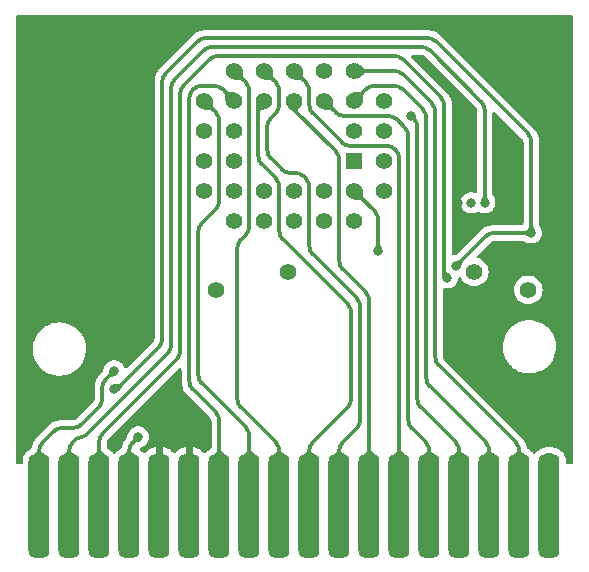
<source format=gbr>
%TF.GenerationSoftware,KiCad,Pcbnew,(6.99.0-1875-gfe1a5267a2)*%
%TF.CreationDate,2022-07-20T16:18:23+02:00*%
%TF.ProjectId,Vectorblade_PLCC32_THT_Kicad6,56656374-6f72-4626-9c61-64655f504c43,rev?*%
%TF.SameCoordinates,Original*%
%TF.FileFunction,Copper,L2,Bot*%
%TF.FilePolarity,Positive*%
%FSLAX46Y46*%
G04 Gerber Fmt 4.6, Leading zero omitted, Abs format (unit mm)*
G04 Created by KiCad (PCBNEW (6.99.0-1875-gfe1a5267a2)) date 2022-07-20 16:18:23*
%MOMM*%
%LPD*%
G01*
G04 APERTURE LIST*
G04 Aperture macros list*
%AMRoundRect*
0 Rectangle with rounded corners*
0 $1 Rounding radius*
0 $2 $3 $4 $5 $6 $7 $8 $9 X,Y pos of 4 corners*
0 Add a 4 corners polygon primitive as box body*
4,1,4,$2,$3,$4,$5,$6,$7,$8,$9,$2,$3,0*
0 Add four circle primitives for the rounded corners*
1,1,$1+$1,$2,$3*
1,1,$1+$1,$4,$5*
1,1,$1+$1,$6,$7*
1,1,$1+$1,$8,$9*
0 Add four rect primitives between the rounded corners*
20,1,$1+$1,$2,$3,$4,$5,0*
20,1,$1+$1,$4,$5,$6,$7,0*
20,1,$1+$1,$6,$7,$8,$9,0*
20,1,$1+$1,$8,$9,$2,$3,0*%
G04 Aperture macros list end*
%TA.AperFunction,ComponentPad*%
%ADD10C,1.422400*%
%TD*%
%TA.AperFunction,ComponentPad*%
%ADD11R,1.422400X1.422400*%
%TD*%
%TA.AperFunction,SMDPad,CuDef*%
%ADD12RoundRect,0.666750X-0.222250X-3.778250X0.222250X-3.778250X0.222250X3.778250X-0.222250X3.778250X0*%
%TD*%
%TA.AperFunction,ViaPad*%
%ADD13C,0.800000*%
%TD*%
%TA.AperFunction,Conductor*%
%ADD14C,0.300000*%
%TD*%
G04 APERTURE END LIST*
D10*
%TO.P,,22,CE*%
%TO.N,Net-(U1-Pad22)*%
X150876000Y-96012000D03*
%TD*%
D11*
%TO.P,U1,1,NC*%
%TO.N,unconnected-(U1-Pad1)*%
X162559999Y-85089999D03*
D10*
%TO.P,U1,2,A16*%
%TO.N,/PB6*%
X165100000Y-82550000D03*
%TO.P,U1,3,A15*%
%TO.N,/V-CE*%
X162560000Y-82550000D03*
%TO.P,U1,4,A12*%
%TO.N,/V-A12*%
X165100000Y-80010000D03*
%TO.P,U1,5,A7*%
%TO.N,/V-A7*%
X162560000Y-77470000D03*
%TO.P,U1,6,A6*%
%TO.N,/V-A6*%
X162560000Y-80010000D03*
%TO.P,U1,7,A5*%
%TO.N,/V-A5*%
X160020000Y-77470000D03*
%TO.P,U1,8,A4*%
%TO.N,/V-A4*%
X160020000Y-80010000D03*
%TO.P,U1,9,A3*%
%TO.N,/V-A3*%
X157480000Y-77470000D03*
%TO.P,U1,10,A2*%
%TO.N,/V-A2*%
X157480000Y-80010000D03*
%TO.P,U1,11,A1*%
%TO.N,/V-A1*%
X154940000Y-77470000D03*
%TO.P,U1,12,A0*%
%TO.N,/V-A0*%
X154940000Y-80010000D03*
%TO.P,U1,13,D0*%
%TO.N,/V-D0*%
X152400000Y-77470000D03*
%TO.P,U1,14,D1*%
%TO.N,/V-D1*%
X149860000Y-80010000D03*
%TO.P,U1,15,D2*%
%TO.N,/V-D2*%
X152400000Y-80010000D03*
%TO.P,U1,16,GND*%
%TO.N,GND*%
X149860000Y-82550000D03*
%TO.P,U1,17,D3*%
%TO.N,/V-D3*%
X152400000Y-82550000D03*
%TO.P,U1,18,D4*%
%TO.N,/V-D4*%
X149860000Y-85090000D03*
%TO.P,U1,19,D5*%
%TO.N,/V-D5*%
X152400000Y-85090000D03*
%TO.P,U1,20,D6*%
%TO.N,/V-D6*%
X149860000Y-87630000D03*
%TO.P,U1,21,D7*%
%TO.N,/V-D7*%
X152400000Y-90170000D03*
%TO.P,U1,22,CE*%
%TO.N,Net-(U1-Pad22)*%
X152400000Y-87630000D03*
%TO.P,U1,23,A10*%
%TO.N,/V-A10*%
X154940000Y-90170000D03*
%TO.P,U1,24,OE*%
%TO.N,Net-(U1-Pad24)*%
X154940000Y-87630000D03*
%TO.P,U1,25,A11*%
%TO.N,/V-A11*%
X157480000Y-90170000D03*
%TO.P,U1,26,A9*%
%TO.N,/V-A9*%
X157480000Y-87630000D03*
%TO.P,U1,27,A8*%
%TO.N,/V-A8*%
X160020000Y-90170000D03*
%TO.P,U1,28,A13*%
%TO.N,/V-A13*%
X160020000Y-87630000D03*
%TO.P,U1,29,A14*%
%TO.N,/V-A14*%
X162560000Y-90170000D03*
%TO.P,U1,30,A17*%
%TO.N,/IRQ*%
X165100000Y-87630000D03*
%TO.P,U1,31,PGM*%
%TO.N,/V-RW*%
X162560000Y-87630000D03*
%TO.P,U1,32,VCC*%
%TO.N,+5V*%
X165100000Y-85090000D03*
%TD*%
D12*
%TO.P,CON3,1,HALT*%
%TO.N,unconnected-(CON3-Pad1)*%
X179070000Y-114300000D03*
%TO.P,CON3,3,A7*%
%TO.N,/V-A7*%
X176530000Y-114300000D03*
%TO.P,CON3,5,A6*%
%TO.N,/V-A6*%
X173990000Y-114300000D03*
%TO.P,CON3,7,A5*%
%TO.N,/V-A5*%
X171450000Y-114300000D03*
%TO.P,CON3,9,A4*%
%TO.N,/V-A4*%
X168910000Y-114300000D03*
%TO.P,CON3,11,A3*%
%TO.N,/V-A3*%
X166370000Y-114300000D03*
%TO.P,CON3,13,A2*%
%TO.N,/V-A2*%
X163830000Y-114300000D03*
%TO.P,CON3,15,A1*%
%TO.N,/V-A1*%
X161290000Y-114300000D03*
%TO.P,CON3,17,A0*%
%TO.N,/V-A0*%
X158750000Y-114300000D03*
%TO.P,CON3,19,D0*%
%TO.N,/V-D0*%
X156210000Y-114300000D03*
%TO.P,CON3,21,D1*%
%TO.N,/V-D1*%
X153670000Y-114300000D03*
%TO.P,CON3,23,D2*%
%TO.N,/V-D2*%
X151130000Y-114300000D03*
%TO.P,CON3,25,GND*%
%TO.N,GND*%
X148590000Y-114300000D03*
%TO.P,CON3,27,GND1*%
X146050000Y-114300000D03*
%TO.P,CON3,29,A12*%
%TO.N,/V-A12*%
X143510000Y-114300000D03*
%TO.P,CON3,31,A13*%
%TO.N,/V-A13*%
X140970000Y-114300000D03*
%TO.P,CON3,33,A14*%
%TO.N,/V-A14*%
X138430000Y-114300000D03*
%TO.P,CON3,35,PB6*%
%TO.N,/PB6*%
X135890000Y-114300000D03*
%TD*%
D10*
%TO.P,,22,CE*%
%TO.N,Net-(U1-Pad22)*%
X177292000Y-96012000D03*
%TD*%
%TO.P,,24,OE*%
%TO.N,Net-(U1-Pad24)*%
X156972000Y-94488000D03*
%TD*%
%TO.P,,24,OE*%
%TO.N,Net-(U1-Pad24)*%
X172720000Y-94488000D03*
%TD*%
D13*
%TO.N,GND*%
X135890000Y-104775000D03*
X175260000Y-82804000D03*
X146050000Y-107188000D03*
X171323000Y-88667977D03*
X147320000Y-105918000D03*
X144780000Y-97536000D03*
X135890000Y-97155000D03*
X177546000Y-94234000D03*
X168656000Y-76962000D03*
X147320000Y-108458000D03*
X144780000Y-94742000D03*
X135890000Y-74930000D03*
X144780000Y-85852000D03*
X171958000Y-81026000D03*
X178816000Y-86995000D03*
X179070000Y-97155000D03*
X179070000Y-74930000D03*
X146050000Y-108458000D03*
X144780000Y-91694000D03*
X171958000Y-83058000D03*
X176403000Y-94234000D03*
X147320000Y-107188000D03*
X176403000Y-86995000D03*
X144780000Y-88900000D03*
X146050000Y-105918000D03*
X144780000Y-100330000D03*
X179070000Y-104775000D03*
%TO.N,/V-A5*%
X167386000Y-81280000D03*
%TO.N,/V-CE*%
X172466000Y-88646000D03*
%TO.N,/V-A12*%
X144272000Y-108458000D03*
%TO.N,/V-A13*%
X170434000Y-94996000D03*
%TO.N,/V-A14*%
X173609000Y-88630536D03*
%TO.N,/V-RW*%
X177546000Y-91186000D03*
X171196000Y-93980000D03*
X164592000Y-92710000D03*
X142240000Y-104394000D03*
%TO.N,/PB6*%
X142240000Y-102870000D03*
%TD*%
D14*
%TO.N,/V-A7*%
X176530000Y-114300000D02*
X176530000Y-109634214D01*
X169125107Y-80225107D02*
X166662893Y-77762893D01*
X169418000Y-101693786D02*
X169418000Y-80932214D01*
X176237107Y-108927107D02*
X169710893Y-102400893D01*
X165955786Y-77470000D02*
X162560000Y-77470000D01*
X166662900Y-77762886D02*
G75*
G03*
X165955786Y-77470000I-707100J-707114D01*
G01*
X169417990Y-80932214D02*
G75*
G03*
X169125107Y-80225107I-999990J14D01*
G01*
X176529990Y-109634214D02*
G75*
G03*
X176237107Y-108927107I-999990J14D01*
G01*
X169418010Y-101693786D02*
G75*
G03*
X169710893Y-102400893I999990J-14D01*
G01*
%TO.N,/V-A6*%
X173697107Y-108927107D02*
X168948893Y-104178893D01*
X165955786Y-78740000D02*
X164244214Y-78740000D01*
X168363107Y-80733107D02*
X166662893Y-79032893D01*
X173990000Y-114300000D02*
X173990000Y-109634214D01*
X168656000Y-103471786D02*
X168656000Y-81440214D01*
X163537107Y-79032893D02*
X162560000Y-80010000D01*
X164244214Y-78740010D02*
G75*
G03*
X163537107Y-79032893I-14J-999990D01*
G01*
X173989990Y-109634214D02*
G75*
G03*
X173697107Y-108927107I-999990J14D01*
G01*
X168655990Y-81440214D02*
G75*
G03*
X168363107Y-80733107I-999990J14D01*
G01*
X168656010Y-103471786D02*
G75*
G03*
X168948893Y-104178893I999990J-14D01*
G01*
X166662900Y-79032886D02*
G75*
G03*
X165955786Y-78740000I-707100J-707114D01*
G01*
%TO.N,/V-A5*%
X168186893Y-105956893D02*
X171157107Y-108927107D01*
X167894000Y-82202214D02*
X167894000Y-105249786D01*
X171450000Y-109634214D02*
X171450000Y-114300000D01*
X167386000Y-81280000D02*
X167601107Y-81495107D01*
X171449990Y-109634214D02*
G75*
G03*
X171157107Y-108927107I-999990J14D01*
G01*
X167894010Y-105249786D02*
G75*
G03*
X168186893Y-105956893I999990J-14D01*
G01*
X167893990Y-82202214D02*
G75*
G03*
X167601107Y-81495107I-999990J14D01*
G01*
%TO.N,/V-A4*%
X160997107Y-80987107D02*
X160020000Y-80010000D01*
X168617107Y-108927107D02*
X167424893Y-107734893D01*
X166839107Y-82269070D02*
X166142930Y-81572893D01*
X167132000Y-107027786D02*
X167132000Y-82976177D01*
X165435823Y-81280000D02*
X161704214Y-81280000D01*
X168910000Y-114300000D02*
X168910000Y-109634214D01*
X167132016Y-82976177D02*
G75*
G03*
X166839107Y-82269070I-1000016J-23D01*
G01*
X168909990Y-109634214D02*
G75*
G03*
X168617107Y-108927107I-999990J14D01*
G01*
X166142918Y-81572905D02*
G75*
G03*
X165435823Y-81280000I-707118J-707095D01*
G01*
X167132010Y-107027786D02*
G75*
G03*
X167424893Y-107734893I999990J-14D01*
G01*
X160997100Y-80987114D02*
G75*
G03*
X161704214Y-81280000I707100J707114D01*
G01*
%TO.N,/V-A3*%
X158457107Y-78447107D02*
X157480000Y-77470000D01*
X161505107Y-83527107D02*
X159042893Y-81064893D01*
X165320786Y-83820000D02*
X162212214Y-83820000D01*
X166077107Y-84162107D02*
X166027893Y-84112893D01*
X158750000Y-80357786D02*
X158750000Y-79154214D01*
X166370000Y-114300000D02*
X166370000Y-84869214D01*
X166369990Y-84869214D02*
G75*
G03*
X166077107Y-84162107I-999990J14D01*
G01*
X166027900Y-84112886D02*
G75*
G03*
X165320786Y-83820000I-707100J-707114D01*
G01*
X158750010Y-80357786D02*
G75*
G03*
X159042893Y-81064893I999990J-14D01*
G01*
X158749990Y-79154214D02*
G75*
G03*
X158457107Y-78447107I-999990J14D01*
G01*
X161505100Y-83527114D02*
G75*
G03*
X162212214Y-83820000I707100J707114D01*
G01*
%TO.N,/V-A2*%
X160997107Y-84289107D02*
X157480000Y-80772000D01*
X161290000Y-93565786D02*
X161290000Y-84996214D01*
X163537107Y-96227107D02*
X161582893Y-94272893D01*
X157480000Y-80772000D02*
X157480000Y-80010000D01*
X163830000Y-114300000D02*
X163830000Y-96934214D01*
X161289990Y-84996214D02*
G75*
G03*
X160997107Y-84289107I-999990J14D01*
G01*
X161290010Y-93565786D02*
G75*
G03*
X161582893Y-94272893I999990J-14D01*
G01*
X163829990Y-96934214D02*
G75*
G03*
X163537107Y-96227107I-999990J14D01*
G01*
%TO.N,/V-A1*%
X161290000Y-114300000D02*
X161290000Y-109634214D01*
X155194000Y-84167786D02*
X155194000Y-82202214D01*
X161582893Y-108927107D02*
X162775107Y-107734893D01*
X157573786Y-86106000D02*
X157132214Y-86106000D01*
X158457107Y-86575107D02*
X158280893Y-86398893D01*
X158750000Y-92295786D02*
X158750000Y-87282214D01*
X162775107Y-96735107D02*
X159042893Y-93002893D01*
X155486893Y-81495107D02*
X155917107Y-81064893D01*
X163068000Y-107027786D02*
X163068000Y-97442214D01*
X156425107Y-85813107D02*
X155486893Y-84874893D01*
X155917107Y-78447107D02*
X154940000Y-77470000D01*
X156210000Y-80357786D02*
X156210000Y-79154214D01*
X156425100Y-85813114D02*
G75*
G03*
X157132214Y-86106000I707100J707114D01*
G01*
X155917114Y-81064900D02*
G75*
G03*
X156210000Y-80357786I-707114J707100D01*
G01*
X156209990Y-79154214D02*
G75*
G03*
X155917107Y-78447107I-999990J14D01*
G01*
X158749990Y-87282214D02*
G75*
G03*
X158457107Y-86575107I-999990J14D01*
G01*
X161582886Y-108927100D02*
G75*
G03*
X161290000Y-109634214I707114J-707100D01*
G01*
X155194010Y-84167786D02*
G75*
G03*
X155486893Y-84874893I999990J-14D01*
G01*
X162775114Y-107734900D02*
G75*
G03*
X163068000Y-107027786I-707114J707100D01*
G01*
X158750010Y-92295786D02*
G75*
G03*
X159042893Y-93002893I999990J-14D01*
G01*
X155486886Y-81495100D02*
G75*
G03*
X155194000Y-82202214I707114J-707100D01*
G01*
X163067990Y-97442214D02*
G75*
G03*
X162775107Y-96735107I-999990J14D01*
G01*
X158280900Y-86398886D02*
G75*
G03*
X157573786Y-86106000I-707100J-707114D01*
G01*
%TO.N,/V-A0*%
X162306000Y-97950214D02*
X162306000Y-105249786D01*
X162013107Y-105956893D02*
X159042893Y-108927107D01*
X154940000Y-80010000D02*
X154432000Y-80518000D01*
X154724893Y-85382893D02*
X155917107Y-86575107D01*
X156502893Y-91732893D02*
X162013107Y-97243107D01*
X158750000Y-109634214D02*
X158750000Y-114300000D01*
X154432000Y-80518000D02*
X154432000Y-84675786D01*
X156210000Y-87282214D02*
X156210000Y-91025786D01*
X159042886Y-108927100D02*
G75*
G03*
X158750000Y-109634214I707114J-707100D01*
G01*
X156210010Y-91025786D02*
G75*
G03*
X156502893Y-91732893I999990J-14D01*
G01*
X162013114Y-105956900D02*
G75*
G03*
X162306000Y-105249786I-707114J707100D01*
G01*
X162305990Y-97950214D02*
G75*
G03*
X162013107Y-97243107I-999990J14D01*
G01*
X156209990Y-87282214D02*
G75*
G03*
X155917107Y-86575107I-999990J14D01*
G01*
X154432010Y-84675786D02*
G75*
G03*
X154724893Y-85382893I999990J-14D01*
G01*
%TO.N,/V-D0*%
X153670000Y-90632822D02*
X153670000Y-79154214D01*
X153377107Y-78447107D02*
X152400000Y-77470000D01*
X152946893Y-91770143D02*
X153377107Y-91339929D01*
X152654000Y-105249786D02*
X152654000Y-92477250D01*
X156210000Y-114300000D02*
X156210000Y-109634214D01*
X155917107Y-108927107D02*
X152946893Y-105956893D01*
X153669990Y-79154214D02*
G75*
G03*
X153377107Y-78447107I-999990J14D01*
G01*
X152654010Y-105249786D02*
G75*
G03*
X152946893Y-105956893I999990J-14D01*
G01*
X152946868Y-91770118D02*
G75*
G03*
X152654000Y-92477250I707132J-707082D01*
G01*
X153377096Y-91339918D02*
G75*
G03*
X153670000Y-90632822I-707096J707118D01*
G01*
X156209990Y-109634214D02*
G75*
G03*
X155917107Y-108927107I-999990J14D01*
G01*
%TO.N,/V-D1*%
X149352000Y-103217786D02*
X149352000Y-91092214D01*
X153670000Y-114300000D02*
X153670000Y-108364214D01*
X151130000Y-88485786D02*
X151130000Y-81694214D01*
X150837107Y-80987107D02*
X149860000Y-80010000D01*
X153377107Y-107657107D02*
X149644893Y-103924893D01*
X149644893Y-90385107D02*
X150837107Y-89192893D01*
X150837114Y-89192900D02*
G75*
G03*
X151130000Y-88485786I-707114J707100D01*
G01*
X151129990Y-81694214D02*
G75*
G03*
X150837107Y-80987107I-999990J14D01*
G01*
X153669990Y-108364214D02*
G75*
G03*
X153377107Y-107657107I-999990J14D01*
G01*
X149352010Y-103217786D02*
G75*
G03*
X149644893Y-103924893I999990J-14D01*
G01*
X149644886Y-90385100D02*
G75*
G03*
X149352000Y-91092214I707114J-707100D01*
G01*
%TO.N,/V-D2*%
X148882893Y-79082107D02*
X148932107Y-79032893D01*
X151422893Y-79032893D02*
X152400000Y-80010000D01*
X151130000Y-114300000D02*
X151130000Y-107094214D01*
X150837107Y-106387107D02*
X148882893Y-104432893D01*
X148590000Y-103725786D02*
X148590000Y-79789214D01*
X149639214Y-78740000D02*
X150715786Y-78740000D01*
X148882886Y-79082100D02*
G75*
G03*
X148590000Y-79789214I707114J-707100D01*
G01*
X151422900Y-79032886D02*
G75*
G03*
X150715786Y-78740000I-707100J-707114D01*
G01*
X151129990Y-107094214D02*
G75*
G03*
X150837107Y-106387107I-999990J14D01*
G01*
X148590010Y-103725786D02*
G75*
G03*
X148882893Y-104432893I999990J-14D01*
G01*
X149639214Y-78740010D02*
G75*
G03*
X148932107Y-79032893I-14J-999990D01*
G01*
%TO.N,/V-A12*%
X143510000Y-109634214D02*
X143510000Y-114300000D01*
X144272000Y-108458000D02*
X143802893Y-108927107D01*
X143802886Y-108927100D02*
G75*
G03*
X143510000Y-109634214I707114J-707100D01*
G01*
%TO.N,/V-A13*%
X150329107Y-76492893D02*
X148120893Y-78701107D01*
X147828000Y-79408214D02*
X147828000Y-101185786D01*
X165955786Y-76200000D02*
X151036214Y-76200000D01*
X169887107Y-79717107D02*
X166662893Y-76492893D01*
X140970000Y-108872214D02*
X140970000Y-114300000D01*
X170180000Y-94742000D02*
X170180000Y-80424214D01*
X170434000Y-94996000D02*
X170180000Y-94742000D01*
X147535107Y-101892893D02*
X141262893Y-108165107D01*
X170179990Y-80424214D02*
G75*
G03*
X169887107Y-79717107I-999990J14D01*
G01*
X141262886Y-108165100D02*
G75*
G03*
X140970000Y-108872214I707114J-707100D01*
G01*
X148120886Y-78701100D02*
G75*
G03*
X147828000Y-79408214I707114J-707100D01*
G01*
X147535114Y-101892900D02*
G75*
G03*
X147828000Y-101185786I-707114J707100D01*
G01*
X166662900Y-76492886D02*
G75*
G03*
X165955786Y-76200000I-707100J-707114D01*
G01*
X151036214Y-76200010D02*
G75*
G03*
X150329107Y-76492893I-14J-999990D01*
G01*
%TO.N,/V-A14*%
X146773107Y-101384893D02*
X139846514Y-108311486D01*
X149821107Y-75730893D02*
X147358893Y-78193107D01*
X173609000Y-88630536D02*
X173609000Y-80805214D01*
X173316107Y-80098107D02*
X168948893Y-75730893D01*
X147066000Y-78900214D02*
X147066000Y-100677786D01*
X139004582Y-108645418D02*
X138722893Y-108927107D01*
X138430000Y-109634214D02*
X138430000Y-114300000D01*
X139492893Y-108458000D02*
X139457050Y-108458000D01*
X168241786Y-75438000D02*
X150528214Y-75438000D01*
X139457050Y-108458040D02*
G75*
G03*
X139004583Y-108645419I-50J-639860D01*
G01*
X139492893Y-108458007D02*
G75*
G03*
X139846514Y-108311486I-93J500207D01*
G01*
X168948900Y-75730886D02*
G75*
G03*
X168241786Y-75438000I-707100J-707114D01*
G01*
X147358886Y-78193100D02*
G75*
G03*
X147066000Y-78900214I707114J-707100D01*
G01*
X146773114Y-101384900D02*
G75*
G03*
X147066000Y-100677786I-707114J707100D01*
G01*
X173608990Y-80805214D02*
G75*
G03*
X173316107Y-80098107I-999990J14D01*
G01*
X150528214Y-75438010D02*
G75*
G03*
X149821107Y-75730893I-14J-999990D01*
G01*
X138722886Y-108927100D02*
G75*
G03*
X138430000Y-109634214I707114J-707100D01*
G01*
%TO.N,/V-RW*%
X146304000Y-100169786D02*
X146304000Y-78392214D01*
X146596893Y-77685107D02*
X149313107Y-74968893D01*
X173697107Y-91478893D02*
X171196000Y-93980000D01*
X177546000Y-83472214D02*
X177546000Y-91186000D01*
X142494000Y-104394000D02*
X146011107Y-100876893D01*
X150020214Y-74676000D02*
X168749786Y-74676000D01*
X164299107Y-89369107D02*
X162560000Y-87630000D01*
X177546000Y-91186000D02*
X174404214Y-91186000D01*
X169456893Y-74968893D02*
X177253107Y-82765107D01*
X164592000Y-92710000D02*
X164592000Y-90076214D01*
X142240000Y-104394000D02*
X142494000Y-104394000D01*
X164591990Y-90076214D02*
G75*
G03*
X164299107Y-89369107I-999990J14D01*
G01*
X169456900Y-74968886D02*
G75*
G03*
X168749786Y-74676000I-707100J-707114D01*
G01*
X177545990Y-83472214D02*
G75*
G03*
X177253107Y-82765107I-999990J14D01*
G01*
X146011114Y-100876900D02*
G75*
G03*
X146304000Y-100169786I-707114J707100D01*
G01*
X146596886Y-77685100D02*
G75*
G03*
X146304000Y-78392214I707114J-707100D01*
G01*
X174404214Y-91186010D02*
G75*
G03*
X173697107Y-91478893I-14J-999990D01*
G01*
X150020214Y-74676010D02*
G75*
G03*
X149313107Y-74968893I-14J-999990D01*
G01*
%TO.N,/PB6*%
X138777786Y-107696000D02*
X137828214Y-107696000D01*
X137121107Y-107988893D02*
X136182893Y-108927107D01*
X142240000Y-102870000D02*
X141516893Y-103593107D01*
X141224000Y-104300214D02*
X141224000Y-105249786D01*
X135890000Y-109634214D02*
X135890000Y-114300000D01*
X140931107Y-105956893D02*
X139484893Y-107403107D01*
X137828214Y-107696010D02*
G75*
G03*
X137121107Y-107988893I-14J-999990D01*
G01*
X136182886Y-108927100D02*
G75*
G03*
X135890000Y-109634214I707114J-707100D01*
G01*
X140931114Y-105956900D02*
G75*
G03*
X141224000Y-105249786I-707114J707100D01*
G01*
X141516886Y-103593100D02*
G75*
G03*
X141224000Y-104300214I707114J-707100D01*
G01*
X138777786Y-107695990D02*
G75*
G03*
X139484893Y-107403107I14J999990D01*
G01*
%TD*%
%TA.AperFunction,Conductor*%
%TO.N,GND*%
G36*
X147895859Y-102662805D02*
G01*
X147934423Y-102729600D01*
X147939500Y-102768164D01*
X147939500Y-103766711D01*
X147939507Y-103766761D01*
X147939510Y-103766866D01*
X147939509Y-103833956D01*
X147967747Y-104048464D01*
X148023742Y-104257452D01*
X148106536Y-104457342D01*
X148214713Y-104644715D01*
X148346422Y-104816366D01*
X148364809Y-104834754D01*
X148364812Y-104834758D01*
X150370220Y-106840166D01*
X150383071Y-106854820D01*
X150420726Y-106903893D01*
X150440175Y-106937581D01*
X150460076Y-106985629D01*
X150470143Y-107023199D01*
X150473561Y-107049167D01*
X150476964Y-107075011D01*
X150478226Y-107084601D01*
X150479500Y-107104048D01*
X150479499Y-107167499D01*
X150479500Y-107167503D01*
X150479500Y-109323276D01*
X150459538Y-109397776D01*
X150443549Y-109420338D01*
X150443039Y-109420932D01*
X150438522Y-109425957D01*
X150415779Y-109450136D01*
X150367433Y-109484352D01*
X150337327Y-109497645D01*
X150331648Y-109501535D01*
X150331643Y-109501538D01*
X150164544Y-109616004D01*
X150158861Y-109619897D01*
X150122181Y-109656577D01*
X150115952Y-109662457D01*
X150088343Y-109687053D01*
X150082528Y-109694557D01*
X150070118Y-109708640D01*
X150005897Y-109772861D01*
X150002006Y-109778541D01*
X150002002Y-109778546D01*
X149987469Y-109799762D01*
X149928898Y-109849942D01*
X149853083Y-109864114D01*
X149780339Y-109838480D01*
X149741620Y-109799761D01*
X149723790Y-109773732D01*
X149715026Y-109763178D01*
X149570822Y-109618974D01*
X149560268Y-109610210D01*
X149392022Y-109494958D01*
X149380033Y-109488281D01*
X149193478Y-109405909D01*
X149180467Y-109401548D01*
X148981110Y-109354660D01*
X148969235Y-109352864D01*
X148909570Y-109348722D01*
X148893849Y-109351786D01*
X148890000Y-109362983D01*
X148890000Y-110744000D01*
X148290000Y-110744000D01*
X148290000Y-109366980D01*
X148285855Y-109351509D01*
X148274420Y-109348445D01*
X148210765Y-109352864D01*
X148198890Y-109354660D01*
X147999533Y-109401548D01*
X147986522Y-109405909D01*
X147799967Y-109488281D01*
X147787978Y-109494958D01*
X147619732Y-109610210D01*
X147609178Y-109618974D01*
X147464974Y-109763178D01*
X147456210Y-109773732D01*
X147442925Y-109793126D01*
X147384354Y-109843307D01*
X147308539Y-109857480D01*
X147235795Y-109831846D01*
X147197075Y-109793126D01*
X147183790Y-109773732D01*
X147175026Y-109763178D01*
X147030822Y-109618974D01*
X147020268Y-109610210D01*
X146852022Y-109494958D01*
X146840033Y-109488281D01*
X146653478Y-109405909D01*
X146640467Y-109401548D01*
X146441110Y-109354660D01*
X146429235Y-109352864D01*
X146369570Y-109348722D01*
X146353849Y-109351786D01*
X146350000Y-109362983D01*
X146350000Y-110744000D01*
X145750000Y-110744000D01*
X145750000Y-109366980D01*
X145745855Y-109351509D01*
X145734420Y-109348445D01*
X145670765Y-109352864D01*
X145658890Y-109354660D01*
X145459533Y-109401548D01*
X145446522Y-109405909D01*
X145259967Y-109488281D01*
X145247978Y-109494958D01*
X145079732Y-109610210D01*
X145069178Y-109618974D01*
X144924974Y-109763178D01*
X144916210Y-109773732D01*
X144898380Y-109799761D01*
X144839809Y-109849942D01*
X144763994Y-109864115D01*
X144691250Y-109838481D01*
X144652531Y-109799762D01*
X144637998Y-109778546D01*
X144637994Y-109778541D01*
X144634103Y-109772861D01*
X144535864Y-109674622D01*
X144535885Y-109674601D01*
X144535807Y-109674556D01*
X144534645Y-109673196D01*
X144532945Y-109671703D01*
X144481139Y-109619897D01*
X144475456Y-109616004D01*
X144475455Y-109616003D01*
X144457304Y-109603569D01*
X144407124Y-109544996D01*
X144392954Y-109469181D01*
X144418589Y-109396438D01*
X144477162Y-109346258D01*
X144498921Y-109337863D01*
X144506851Y-109335498D01*
X144506929Y-109335474D01*
X144507629Y-109335265D01*
X144508554Y-109334968D01*
X144509172Y-109334755D01*
X144509200Y-109334746D01*
X144527741Y-109328365D01*
X144527775Y-109328353D01*
X144528411Y-109328134D01*
X144529091Y-109327884D01*
X144529108Y-109327878D01*
X144560422Y-109316368D01*
X144588056Y-109306211D01*
X144646389Y-109280487D01*
X144652634Y-109276017D01*
X144659301Y-109272215D01*
X144659649Y-109272826D01*
X144672984Y-109265190D01*
X144683864Y-109260346D01*
X144724730Y-109242151D01*
X144877871Y-109130888D01*
X144973977Y-109024152D01*
X144999307Y-108996021D01*
X144999311Y-108996016D01*
X145004533Y-108990216D01*
X145031699Y-108943164D01*
X145052485Y-108907161D01*
X145099179Y-108826284D01*
X145157674Y-108646256D01*
X145159081Y-108632874D01*
X145176644Y-108465764D01*
X145177460Y-108458000D01*
X145175305Y-108437499D01*
X145158491Y-108277514D01*
X145158490Y-108277511D01*
X145157674Y-108269744D01*
X145149056Y-108243219D01*
X145108069Y-108117076D01*
X145099179Y-108089716D01*
X145004533Y-107925784D01*
X144999311Y-107919984D01*
X144999307Y-107919979D01*
X144933597Y-107847002D01*
X144877871Y-107785112D01*
X144724730Y-107673849D01*
X144551803Y-107596856D01*
X144544167Y-107595233D01*
X144544164Y-107595232D01*
X144374287Y-107559124D01*
X144374286Y-107559124D01*
X144366646Y-107557500D01*
X144177354Y-107557500D01*
X144169714Y-107559124D01*
X144169713Y-107559124D01*
X143999836Y-107595232D01*
X143999833Y-107595233D01*
X143992197Y-107596856D01*
X143819270Y-107673849D01*
X143666129Y-107785112D01*
X143610403Y-107847002D01*
X143544693Y-107919979D01*
X143544689Y-107919984D01*
X143539467Y-107925784D01*
X143444821Y-108089716D01*
X143442409Y-108097140D01*
X143438169Y-108110188D01*
X143427577Y-108134923D01*
X143423791Y-108141936D01*
X143401866Y-108201584D01*
X143394981Y-108221599D01*
X143394684Y-108222525D01*
X143388733Y-108242486D01*
X143371910Y-108303471D01*
X143367320Y-108321379D01*
X143367126Y-108322198D01*
X143363310Y-108339684D01*
X143352623Y-108393179D01*
X143350751Y-108403060D01*
X143350665Y-108403540D01*
X143348792Y-108414716D01*
X143348731Y-108415109D01*
X143348730Y-108415113D01*
X143348259Y-108418127D01*
X143315098Y-108491016D01*
X143303954Y-108504273D01*
X143303953Y-108504274D01*
X143303776Y-108504125D01*
X143292928Y-108517115D01*
X143266415Y-108543628D01*
X143263445Y-108547498D01*
X143263442Y-108547502D01*
X143203881Y-108625125D01*
X143134705Y-108715279D01*
X143026527Y-108902654D01*
X143024660Y-108907161D01*
X143024659Y-108907164D01*
X142952636Y-109081049D01*
X142943732Y-109102545D01*
X142942469Y-109107259D01*
X142896056Y-109280487D01*
X142887737Y-109311534D01*
X142883172Y-109346212D01*
X142853657Y-109417470D01*
X142795630Y-109463070D01*
X142723636Y-109494858D01*
X142723624Y-109494864D01*
X142717327Y-109497645D01*
X142711648Y-109501535D01*
X142711643Y-109501538D01*
X142544544Y-109616004D01*
X142538861Y-109619897D01*
X142487731Y-109671027D01*
X142478725Y-109679321D01*
X142468496Y-109687991D01*
X142463733Y-109694138D01*
X142459050Y-109699030D01*
X142454024Y-109704734D01*
X142385897Y-109772861D01*
X142382004Y-109778544D01*
X142362925Y-109806396D01*
X142304353Y-109856577D01*
X142228538Y-109870750D01*
X142155795Y-109845116D01*
X142117075Y-109806396D01*
X142097996Y-109778544D01*
X142094103Y-109772861D01*
X142041550Y-109720308D01*
X142032893Y-109710690D01*
X142030996Y-109707968D01*
X142024881Y-109701425D01*
X141985871Y-109663926D01*
X141985387Y-109663616D01*
X141980645Y-109659403D01*
X141941139Y-109619897D01*
X141935456Y-109616004D01*
X141768357Y-109501538D01*
X141768352Y-109501535D01*
X141762673Y-109497645D01*
X141756374Y-109494864D01*
X141756369Y-109494861D01*
X141732563Y-109484350D01*
X141684214Y-109450132D01*
X141661484Y-109425967D01*
X141656984Y-109420961D01*
X141656449Y-109420338D01*
X141623066Y-109350811D01*
X141620500Y-109323279D01*
X141620500Y-108945503D01*
X141620501Y-108945499D01*
X141620500Y-108881973D01*
X141621774Y-108862526D01*
X141629848Y-108801192D01*
X141639913Y-108763627D01*
X141659817Y-108715572D01*
X141679264Y-108681890D01*
X141716875Y-108632874D01*
X141729726Y-108618220D01*
X147685141Y-102662805D01*
X147751936Y-102624241D01*
X147829064Y-102624241D01*
X147895859Y-102662805D01*
G37*
%TD.AperFunction*%
%TA.AperFunction,Conductor*%
G36*
X181013000Y-72756062D02*
G01*
X181067538Y-72810600D01*
X181087500Y-72885100D01*
X181087500Y-110595000D01*
X181067538Y-110669500D01*
X181013000Y-110724038D01*
X180938500Y-110744000D01*
X180608500Y-110744000D01*
X180534000Y-110724038D01*
X180479462Y-110669500D01*
X180459500Y-110595000D01*
X180459500Y-110449698D01*
X180453260Y-110359796D01*
X180403732Y-110149219D01*
X180316355Y-109951327D01*
X180312465Y-109945648D01*
X180312462Y-109945643D01*
X180197996Y-109778544D01*
X180194103Y-109772861D01*
X180041139Y-109619897D01*
X180035456Y-109616004D01*
X179868357Y-109501538D01*
X179868352Y-109501535D01*
X179862673Y-109497645D01*
X179856376Y-109494864D01*
X179856373Y-109494863D01*
X179784367Y-109463070D01*
X179664781Y-109410268D01*
X179658082Y-109408692D01*
X179658078Y-109408691D01*
X179460076Y-109362121D01*
X179460075Y-109362121D01*
X179454204Y-109360740D01*
X179448188Y-109360322D01*
X179448185Y-109360322D01*
X179416039Y-109358091D01*
X179364302Y-109354500D01*
X178775698Y-109354500D01*
X178723961Y-109358091D01*
X178691815Y-109360322D01*
X178691812Y-109360322D01*
X178685796Y-109360740D01*
X178679925Y-109362121D01*
X178679924Y-109362121D01*
X178481922Y-109408691D01*
X178481918Y-109408692D01*
X178475219Y-109410268D01*
X178355633Y-109463070D01*
X178283627Y-109494863D01*
X178283624Y-109494864D01*
X178277327Y-109497645D01*
X178271648Y-109501535D01*
X178271643Y-109501538D01*
X178104544Y-109616004D01*
X178098861Y-109619897D01*
X177945897Y-109772861D01*
X177942004Y-109778544D01*
X177922925Y-109806396D01*
X177864353Y-109856577D01*
X177788538Y-109870750D01*
X177715795Y-109845116D01*
X177677075Y-109806396D01*
X177657996Y-109778544D01*
X177654103Y-109772861D01*
X177555864Y-109674622D01*
X177555885Y-109674601D01*
X177555807Y-109674556D01*
X177554645Y-109673196D01*
X177552945Y-109671703D01*
X177501139Y-109619897D01*
X177495456Y-109616004D01*
X177328352Y-109501535D01*
X177328350Y-109501534D01*
X177322673Y-109497645D01*
X177316373Y-109494863D01*
X177244360Y-109463067D01*
X177184270Y-109414714D01*
X177156817Y-109346208D01*
X177155338Y-109334968D01*
X177152253Y-109311536D01*
X177096258Y-109102548D01*
X177013464Y-108902658D01*
X176995883Y-108872205D01*
X176937708Y-108771441D01*
X176905287Y-108715285D01*
X176842053Y-108632874D01*
X176776549Y-108547506D01*
X176773578Y-108543634D01*
X176755191Y-108525246D01*
X176755188Y-108525242D01*
X170177780Y-101947834D01*
X170164929Y-101933180D01*
X170150032Y-101913766D01*
X170127273Y-101884105D01*
X170107825Y-101850419D01*
X170087924Y-101802371D01*
X170077857Y-101764800D01*
X170069774Y-101703397D01*
X170068500Y-101683951D01*
X170068500Y-101668926D01*
X170068501Y-101620511D01*
X170068501Y-101620501D01*
X170068500Y-101620497D01*
X170068500Y-100900969D01*
X175143723Y-100900969D01*
X175173882Y-101200762D01*
X175243731Y-101493861D01*
X175245519Y-101498503D01*
X175245521Y-101498510D01*
X175324432Y-101703397D01*
X175352023Y-101775034D01*
X175496825Y-102039265D01*
X175617406Y-102202919D01*
X175647144Y-102243279D01*
X175675554Y-102281838D01*
X175679010Y-102285412D01*
X175679013Y-102285415D01*
X175750505Y-102359337D01*
X175885020Y-102498424D01*
X175924613Y-102529690D01*
X176117162Y-102681744D01*
X176121485Y-102685158D01*
X176195280Y-102728867D01*
X176315240Y-102799919D01*
X176380730Y-102838709D01*
X176385305Y-102840649D01*
X176385307Y-102840650D01*
X176592450Y-102928486D01*
X176658128Y-102956336D01*
X176948729Y-103035940D01*
X176953665Y-103036604D01*
X176953666Y-103036604D01*
X177242422Y-103075438D01*
X177242427Y-103075438D01*
X177247347Y-103076100D01*
X177473244Y-103076100D01*
X177475732Y-103075933D01*
X177475745Y-103075933D01*
X177574985Y-103069289D01*
X177698634Y-103061012D01*
X177703519Y-103060019D01*
X177703527Y-103060018D01*
X177924415Y-103015120D01*
X177993903Y-103000996D01*
X178278537Y-102902160D01*
X178547459Y-102766268D01*
X178795869Y-102595744D01*
X178802405Y-102589833D01*
X178891620Y-102509142D01*
X179019333Y-102393632D01*
X179071458Y-102331979D01*
X179210647Y-102167345D01*
X179213865Y-102163539D01*
X179216544Y-102159342D01*
X179216548Y-102159337D01*
X179351566Y-101947834D01*
X179375993Y-101909570D01*
X179502823Y-101636258D01*
X179592093Y-101348479D01*
X179642209Y-101051370D01*
X179647404Y-100895990D01*
X179652111Y-100755209D01*
X179652111Y-100755203D01*
X179652277Y-100750231D01*
X179622118Y-100450438D01*
X179552269Y-100157339D01*
X179550481Y-100152697D01*
X179550479Y-100152690D01*
X179445766Y-99880810D01*
X179445764Y-99880805D01*
X179443977Y-99876166D01*
X179299175Y-99611935D01*
X179120446Y-99369362D01*
X179104406Y-99352776D01*
X178923810Y-99166042D01*
X178910980Y-99152776D01*
X178736542Y-99015024D01*
X178678422Y-98969127D01*
X178678419Y-98969125D01*
X178674515Y-98966042D01*
X178415270Y-98812491D01*
X178410693Y-98810550D01*
X178142457Y-98696808D01*
X178142454Y-98696807D01*
X178137872Y-98694864D01*
X177847271Y-98615260D01*
X177842334Y-98614596D01*
X177553578Y-98575762D01*
X177553573Y-98575762D01*
X177548653Y-98575100D01*
X177322756Y-98575100D01*
X177320268Y-98575267D01*
X177320255Y-98575267D01*
X177221015Y-98581911D01*
X177097366Y-98590188D01*
X177092481Y-98591181D01*
X177092473Y-98591182D01*
X176967536Y-98616577D01*
X176802097Y-98650204D01*
X176517463Y-98749040D01*
X176248541Y-98884932D01*
X176000131Y-99055456D01*
X175776667Y-99257568D01*
X175582135Y-99487661D01*
X175579456Y-99491858D01*
X175579452Y-99491863D01*
X175505364Y-99607921D01*
X175420007Y-99741630D01*
X175293177Y-100014942D01*
X175203907Y-100302721D01*
X175153791Y-100599830D01*
X175149736Y-100721103D01*
X175147269Y-100794917D01*
X175143723Y-100900969D01*
X170068500Y-100900969D01*
X170068500Y-96022928D01*
X170071428Y-96012000D01*
X176075672Y-96012000D01*
X176076239Y-96018481D01*
X176092747Y-96207161D01*
X176094151Y-96223213D01*
X176095832Y-96229487D01*
X176095833Y-96229492D01*
X176142204Y-96402548D01*
X176149026Y-96428009D01*
X176238629Y-96620164D01*
X176242360Y-96625492D01*
X176242362Y-96625496D01*
X176313523Y-96727124D01*
X176360239Y-96793841D01*
X176510159Y-96943761D01*
X176576876Y-96990477D01*
X176678504Y-97061638D01*
X176678508Y-97061640D01*
X176683836Y-97065371D01*
X176875991Y-97154974D01*
X176882272Y-97156657D01*
X177074508Y-97208167D01*
X177074513Y-97208168D01*
X177080787Y-97209849D01*
X177087258Y-97210415D01*
X177087263Y-97210416D01*
X177285519Y-97227761D01*
X177292000Y-97228328D01*
X177298481Y-97227761D01*
X177496737Y-97210416D01*
X177496742Y-97210415D01*
X177503213Y-97209849D01*
X177509487Y-97208168D01*
X177509492Y-97208167D01*
X177701728Y-97156657D01*
X177708009Y-97154974D01*
X177900164Y-97065371D01*
X177905492Y-97061640D01*
X177905496Y-97061638D01*
X178007124Y-96990477D01*
X178073841Y-96943761D01*
X178223761Y-96793841D01*
X178270477Y-96727124D01*
X178341638Y-96625496D01*
X178341640Y-96625492D01*
X178345371Y-96620164D01*
X178434974Y-96428009D01*
X178441796Y-96402548D01*
X178488167Y-96229492D01*
X178488168Y-96229487D01*
X178489849Y-96223213D01*
X178491254Y-96207161D01*
X178507761Y-96018481D01*
X178508328Y-96012000D01*
X178494502Y-95853967D01*
X178490416Y-95807263D01*
X178490415Y-95807258D01*
X178489849Y-95800787D01*
X178459204Y-95686416D01*
X178436657Y-95602272D01*
X178434974Y-95595991D01*
X178345371Y-95403836D01*
X178341640Y-95398508D01*
X178341638Y-95398504D01*
X178227490Y-95235485D01*
X178223761Y-95230159D01*
X178073841Y-95080239D01*
X177968711Y-95006626D01*
X177905496Y-94962362D01*
X177905492Y-94962360D01*
X177900164Y-94958629D01*
X177708009Y-94869026D01*
X177667580Y-94858193D01*
X177509492Y-94815833D01*
X177509487Y-94815832D01*
X177503213Y-94814151D01*
X177496742Y-94813585D01*
X177496737Y-94813584D01*
X177298481Y-94796239D01*
X177292000Y-94795672D01*
X177285519Y-94796239D01*
X177087263Y-94813584D01*
X177087258Y-94813585D01*
X177080787Y-94814151D01*
X177074513Y-94815832D01*
X177074508Y-94815833D01*
X176916420Y-94858193D01*
X176875991Y-94869026D01*
X176683836Y-94958629D01*
X176678508Y-94962360D01*
X176678504Y-94962362D01*
X176615289Y-95006626D01*
X176510159Y-95080239D01*
X176360239Y-95230159D01*
X176356510Y-95235485D01*
X176242362Y-95398504D01*
X176242360Y-95398508D01*
X176238629Y-95403836D01*
X176149026Y-95595991D01*
X176147343Y-95602272D01*
X176124797Y-95686416D01*
X176094151Y-95800787D01*
X176093585Y-95807258D01*
X176093584Y-95807263D01*
X176089498Y-95853967D01*
X176075672Y-96012000D01*
X170071428Y-96012000D01*
X170088462Y-95948428D01*
X170143000Y-95893890D01*
X170217500Y-95873928D01*
X170248478Y-95877184D01*
X170339354Y-95896500D01*
X170528646Y-95896500D01*
X170536286Y-95894876D01*
X170536287Y-95894876D01*
X170706164Y-95858768D01*
X170706167Y-95858767D01*
X170713803Y-95857144D01*
X170886730Y-95780151D01*
X171039871Y-95668888D01*
X171095597Y-95606998D01*
X171161307Y-95534021D01*
X171161311Y-95534016D01*
X171166533Y-95528216D01*
X171261179Y-95364284D01*
X171319674Y-95184256D01*
X171334887Y-95039511D01*
X171362527Y-94967506D01*
X171422467Y-94918968D01*
X171498646Y-94906902D01*
X171570651Y-94934542D01*
X171618111Y-94992115D01*
X171666629Y-95096164D01*
X171670360Y-95101492D01*
X171670362Y-95101496D01*
X171722872Y-95176487D01*
X171788239Y-95269841D01*
X171938159Y-95419761D01*
X171943485Y-95423490D01*
X172106504Y-95537638D01*
X172106508Y-95537640D01*
X172111836Y-95541371D01*
X172303991Y-95630974D01*
X172310272Y-95632657D01*
X172502508Y-95684167D01*
X172502513Y-95684168D01*
X172508787Y-95685849D01*
X172515258Y-95686415D01*
X172515263Y-95686416D01*
X172713519Y-95703761D01*
X172720000Y-95704328D01*
X172726481Y-95703761D01*
X172924737Y-95686416D01*
X172924742Y-95686415D01*
X172931213Y-95685849D01*
X172937487Y-95684168D01*
X172937492Y-95684167D01*
X173129728Y-95632657D01*
X173136009Y-95630974D01*
X173328164Y-95541371D01*
X173333492Y-95537640D01*
X173333496Y-95537638D01*
X173496515Y-95423490D01*
X173501841Y-95419761D01*
X173651761Y-95269841D01*
X173717128Y-95176487D01*
X173769638Y-95101496D01*
X173769640Y-95101492D01*
X173773371Y-95096164D01*
X173862974Y-94904009D01*
X173886601Y-94815833D01*
X173916167Y-94705492D01*
X173916168Y-94705487D01*
X173917849Y-94699213D01*
X173920525Y-94668636D01*
X173935761Y-94494481D01*
X173936328Y-94488000D01*
X173917849Y-94276787D01*
X173862974Y-94071991D01*
X173773371Y-93879836D01*
X173769640Y-93874508D01*
X173769638Y-93874504D01*
X173655490Y-93711485D01*
X173651761Y-93706159D01*
X173501841Y-93556239D01*
X173410808Y-93492497D01*
X173333496Y-93438362D01*
X173333492Y-93438360D01*
X173328164Y-93434629D01*
X173136009Y-93345026D01*
X173081581Y-93330442D01*
X173014786Y-93291878D01*
X172976222Y-93225083D01*
X172976222Y-93147955D01*
X173014786Y-93081160D01*
X174150166Y-91945780D01*
X174164820Y-91932929D01*
X174191566Y-91912406D01*
X174213895Y-91895273D01*
X174247581Y-91875825D01*
X174295629Y-91855924D01*
X174333199Y-91845857D01*
X174372283Y-91840712D01*
X174394604Y-91837774D01*
X174414048Y-91836500D01*
X174477425Y-91836501D01*
X174477499Y-91836501D01*
X174477502Y-91836500D01*
X176700677Y-91836500D01*
X176726041Y-91838675D01*
X176737831Y-91840712D01*
X176737835Y-91840712D01*
X176743083Y-91841619D01*
X176800501Y-91843243D01*
X176811266Y-91843940D01*
X176822828Y-91845113D01*
X176876649Y-91861221D01*
X176885179Y-91865668D01*
X176888913Y-91867684D01*
X176931916Y-91891716D01*
X176936241Y-91894105D01*
X176994792Y-91926078D01*
X177002232Y-91930061D01*
X177002598Y-91930253D01*
X177002877Y-91930396D01*
X177010808Y-91934463D01*
X177010870Y-91934494D01*
X177011004Y-91934563D01*
X177080690Y-91969475D01*
X177092049Y-91974989D01*
X177092551Y-91975225D01*
X177102863Y-91979933D01*
X177103178Y-91980073D01*
X177103239Y-91980100D01*
X177118422Y-91986826D01*
X177177239Y-92012883D01*
X177233099Y-92033782D01*
X177233284Y-92033811D01*
X177247372Y-92038763D01*
X177259057Y-92043966D01*
X177259065Y-92043969D01*
X177266197Y-92047144D01*
X177358775Y-92066822D01*
X177443713Y-92084876D01*
X177443714Y-92084876D01*
X177451354Y-92086500D01*
X177640646Y-92086500D01*
X177648286Y-92084876D01*
X177648287Y-92084876D01*
X177818164Y-92048768D01*
X177818167Y-92048767D01*
X177825803Y-92047144D01*
X177998730Y-91970151D01*
X178060506Y-91925268D01*
X178145551Y-91863480D01*
X178145553Y-91863479D01*
X178151871Y-91858888D01*
X178207597Y-91796998D01*
X178273307Y-91724021D01*
X178273311Y-91724016D01*
X178278533Y-91718216D01*
X178373179Y-91554284D01*
X178431674Y-91374256D01*
X178432525Y-91366167D01*
X178450644Y-91193764D01*
X178451460Y-91186000D01*
X178449305Y-91165499D01*
X178432491Y-91005514D01*
X178432490Y-91005511D01*
X178431674Y-90997744D01*
X178413699Y-90942422D01*
X178375596Y-90825153D01*
X178375594Y-90825148D01*
X178373179Y-90817716D01*
X178372815Y-90817086D01*
X178352958Y-90772264D01*
X178340100Y-90743239D01*
X178340073Y-90743178D01*
X178339933Y-90742863D01*
X178335225Y-90732551D01*
X178334989Y-90732049D01*
X178329475Y-90720690D01*
X178294563Y-90651004D01*
X178290253Y-90642598D01*
X178290061Y-90642232D01*
X178289969Y-90642060D01*
X178289917Y-90641962D01*
X178286180Y-90634981D01*
X178286140Y-90634908D01*
X178286081Y-90634797D01*
X178254145Y-90576312D01*
X178251753Y-90571982D01*
X178227667Y-90528881D01*
X178225675Y-90525191D01*
X178221226Y-90516657D01*
X178205113Y-90462826D01*
X178203942Y-90451286D01*
X178203241Y-90440455D01*
X178201914Y-90393515D01*
X178201619Y-90383080D01*
X178198111Y-90336234D01*
X178198005Y-90335841D01*
X178196500Y-90318120D01*
X178196500Y-83431289D01*
X178196493Y-83431239D01*
X178196490Y-83431134D01*
X178196491Y-83368914D01*
X178196491Y-83364044D01*
X178195101Y-83353480D01*
X178184225Y-83270868D01*
X178168253Y-83149536D01*
X178112258Y-82940548D01*
X178029464Y-82740658D01*
X177921287Y-82553285D01*
X177789578Y-82381634D01*
X177771191Y-82363246D01*
X177771188Y-82363242D01*
X169917030Y-74509084D01*
X169916864Y-74508912D01*
X169916868Y-74508909D01*
X169840372Y-74432415D01*
X169668721Y-74300705D01*
X169481346Y-74192527D01*
X169459697Y-74183560D01*
X169285966Y-74111600D01*
X169285960Y-74111598D01*
X169281455Y-74109732D01*
X169254820Y-74102596D01*
X169077166Y-74054996D01*
X169077162Y-74054995D01*
X169072466Y-74053737D01*
X169067644Y-74053102D01*
X169067643Y-74053102D01*
X168862782Y-74026134D01*
X168862780Y-74026134D01*
X168857957Y-74025499D01*
X168853086Y-74025499D01*
X168749777Y-74025500D01*
X149979289Y-74025500D01*
X149979239Y-74025507D01*
X149979134Y-74025510D01*
X149978141Y-74025510D01*
X149916914Y-74025509D01*
X149912044Y-74025509D01*
X149907222Y-74026144D01*
X149907219Y-74026144D01*
X149818868Y-74037775D01*
X149697536Y-74053747D01*
X149488548Y-74109742D01*
X149288658Y-74192536D01*
X149101285Y-74300713D01*
X149097423Y-74303676D01*
X149097422Y-74303677D01*
X148950572Y-74416356D01*
X148929634Y-74432422D01*
X148911246Y-74450809D01*
X148911242Y-74450812D01*
X146137084Y-77224970D01*
X146136912Y-77225136D01*
X146136909Y-77225132D01*
X146060415Y-77301628D01*
X145928705Y-77473279D01*
X145820527Y-77660654D01*
X145818659Y-77665164D01*
X145749918Y-77831125D01*
X145737732Y-77860545D01*
X145736469Y-77865259D01*
X145699267Y-78004109D01*
X145681737Y-78069534D01*
X145681102Y-78074356D01*
X145681102Y-78074357D01*
X145661326Y-78224589D01*
X145653499Y-78284043D01*
X145653500Y-78338766D01*
X145653500Y-100096497D01*
X145653499Y-100096501D01*
X145653499Y-100096509D01*
X145653500Y-100160025D01*
X145652226Y-100179472D01*
X145648153Y-100210417D01*
X145644152Y-100240808D01*
X145634087Y-100278373D01*
X145614183Y-100326428D01*
X145594736Y-100360110D01*
X145557125Y-100409126D01*
X145544274Y-100423780D01*
X143336998Y-102631056D01*
X143270203Y-102669620D01*
X143193075Y-102669620D01*
X143126280Y-102631056D01*
X143089932Y-102571741D01*
X143069592Y-102509143D01*
X143069592Y-102509142D01*
X143067179Y-102501716D01*
X143004777Y-102393632D01*
X142976438Y-102344547D01*
X142976436Y-102344544D01*
X142972533Y-102337784D01*
X142967311Y-102331984D01*
X142967307Y-102331979D01*
X142879890Y-102234894D01*
X142845871Y-102197112D01*
X142692730Y-102085849D01*
X142519803Y-102008856D01*
X142512167Y-102007233D01*
X142512164Y-102007232D01*
X142342287Y-101971124D01*
X142342286Y-101971124D01*
X142334646Y-101969500D01*
X142145354Y-101969500D01*
X142137714Y-101971124D01*
X142137713Y-101971124D01*
X141967836Y-102007232D01*
X141967833Y-102007233D01*
X141960197Y-102008856D01*
X141787270Y-102085849D01*
X141634129Y-102197112D01*
X141600110Y-102234894D01*
X141512693Y-102331979D01*
X141512689Y-102331984D01*
X141507467Y-102337784D01*
X141503564Y-102344544D01*
X141503562Y-102344547D01*
X141475223Y-102393632D01*
X141412821Y-102501716D01*
X141410409Y-102509140D01*
X141410408Y-102509142D01*
X141408283Y-102515683D01*
X141399178Y-102536479D01*
X141399423Y-102536594D01*
X141397153Y-102541419D01*
X141394553Y-102546054D01*
X141392639Y-102551013D01*
X141374900Y-102596970D01*
X141365259Y-102621946D01*
X141361252Y-102632690D01*
X141361064Y-102633212D01*
X141356973Y-102645025D01*
X141332384Y-102718987D01*
X141329428Y-102728170D01*
X141329305Y-102728565D01*
X141326921Y-102736448D01*
X141326849Y-102736694D01*
X141326844Y-102736710D01*
X141308684Y-102798562D01*
X141308182Y-102800271D01*
X141308114Y-102800506D01*
X141308086Y-102800603D01*
X141306812Y-102805021D01*
X141293349Y-102852589D01*
X141292108Y-102856740D01*
X141289243Y-102865844D01*
X141262574Y-102915298D01*
X141255253Y-102924273D01*
X141248089Y-102932431D01*
X141208656Y-102974159D01*
X141207543Y-102975452D01*
X141207536Y-102975460D01*
X141182606Y-103004427D01*
X141182604Y-103004430D01*
X141178003Y-103009776D01*
X141177804Y-103010123D01*
X141166340Y-103023714D01*
X141057084Y-103132970D01*
X141056912Y-103133136D01*
X141056909Y-103133132D01*
X140980415Y-103209628D01*
X140848705Y-103381279D01*
X140740527Y-103568654D01*
X140738659Y-103573164D01*
X140678285Y-103718925D01*
X140657732Y-103768545D01*
X140601737Y-103977534D01*
X140573499Y-104192043D01*
X140573500Y-104257452D01*
X140573500Y-105176497D01*
X140573499Y-105176501D01*
X140573499Y-105176509D01*
X140573500Y-105240025D01*
X140572226Y-105259474D01*
X140564152Y-105320808D01*
X140554087Y-105358373D01*
X140534183Y-105406428D01*
X140514736Y-105440110D01*
X140477125Y-105489126D01*
X140464274Y-105503780D01*
X139031834Y-106936220D01*
X139017180Y-106949071D01*
X139010098Y-106954505D01*
X138968996Y-106986044D01*
X138968107Y-106986726D01*
X138934419Y-107006175D01*
X138886371Y-107026076D01*
X138848801Y-107036143D01*
X138822833Y-107039561D01*
X138787396Y-107044226D01*
X138767952Y-107045500D01*
X138704575Y-107045499D01*
X138704501Y-107045499D01*
X138704498Y-107045500D01*
X137787289Y-107045500D01*
X137787239Y-107045507D01*
X137787134Y-107045510D01*
X137786141Y-107045510D01*
X137724914Y-107045509D01*
X137720044Y-107045509D01*
X137715222Y-107046144D01*
X137715219Y-107046144D01*
X137626868Y-107057775D01*
X137505536Y-107073747D01*
X137296548Y-107129742D01*
X137096658Y-107212536D01*
X136909285Y-107320713D01*
X136737634Y-107452422D01*
X136719246Y-107470809D01*
X136719242Y-107470812D01*
X135723084Y-108466970D01*
X135722912Y-108467136D01*
X135722909Y-108467132D01*
X135646415Y-108543628D01*
X135514705Y-108715279D01*
X135406527Y-108902654D01*
X135404660Y-108907161D01*
X135404659Y-108907164D01*
X135332636Y-109081049D01*
X135323732Y-109102545D01*
X135322469Y-109107259D01*
X135276056Y-109280487D01*
X135267737Y-109311534D01*
X135263172Y-109346212D01*
X135233657Y-109417470D01*
X135175630Y-109463070D01*
X135103636Y-109494858D01*
X135103624Y-109494864D01*
X135097327Y-109497645D01*
X135091648Y-109501535D01*
X135091643Y-109501538D01*
X134924544Y-109616004D01*
X134918861Y-109619897D01*
X134867731Y-109671027D01*
X134858725Y-109679321D01*
X134848496Y-109687991D01*
X134843733Y-109694138D01*
X134839050Y-109699030D01*
X134834024Y-109704734D01*
X134765897Y-109772861D01*
X134762004Y-109778544D01*
X134647538Y-109945643D01*
X134647535Y-109945648D01*
X134643645Y-109951327D01*
X134556268Y-110149219D01*
X134506740Y-110359796D01*
X134500500Y-110449698D01*
X134500500Y-110595000D01*
X134480538Y-110669500D01*
X134426000Y-110724038D01*
X134351500Y-110744000D01*
X134057500Y-110744000D01*
X133983000Y-110724038D01*
X133928462Y-110669500D01*
X133908500Y-110595000D01*
X133908500Y-101100969D01*
X135343723Y-101100969D01*
X135373882Y-101400762D01*
X135443731Y-101693861D01*
X135445519Y-101698503D01*
X135445521Y-101698510D01*
X135550234Y-101970390D01*
X135552023Y-101975034D01*
X135696825Y-102239265D01*
X135875554Y-102481838D01*
X135879010Y-102485412D01*
X135879013Y-102485415D01*
X135979999Y-102589833D01*
X136085020Y-102698424D01*
X136088928Y-102701510D01*
X136317342Y-102881886D01*
X136321485Y-102885158D01*
X136438375Y-102954392D01*
X136531882Y-103009776D01*
X136580730Y-103038709D01*
X136585305Y-103040649D01*
X136585307Y-103040650D01*
X136830218Y-103144501D01*
X136858128Y-103156336D01*
X137148729Y-103235940D01*
X137153665Y-103236604D01*
X137153666Y-103236604D01*
X137442422Y-103275438D01*
X137442427Y-103275438D01*
X137447347Y-103276100D01*
X137673244Y-103276100D01*
X137675732Y-103275933D01*
X137675745Y-103275933D01*
X137774985Y-103269289D01*
X137898634Y-103261012D01*
X137903519Y-103260019D01*
X137903527Y-103260018D01*
X138085695Y-103222990D01*
X138193903Y-103200996D01*
X138478537Y-103102160D01*
X138747459Y-102966268D01*
X138995869Y-102795744D01*
X139219333Y-102593632D01*
X139253811Y-102552852D01*
X139410647Y-102367345D01*
X139413865Y-102363539D01*
X139416544Y-102359342D01*
X139416548Y-102359337D01*
X139573314Y-102113766D01*
X139575993Y-102109570D01*
X139702823Y-101836258D01*
X139792093Y-101548479D01*
X139842209Y-101251370D01*
X139848683Y-101057742D01*
X139852111Y-100955209D01*
X139852111Y-100955203D01*
X139852277Y-100950231D01*
X139822118Y-100650438D01*
X139752269Y-100357339D01*
X139750481Y-100352697D01*
X139750479Y-100352690D01*
X139645766Y-100080810D01*
X139645764Y-100080805D01*
X139643977Y-100076166D01*
X139499175Y-99811935D01*
X139351814Y-99611935D01*
X139323400Y-99573371D01*
X139323399Y-99573370D01*
X139320446Y-99569362D01*
X139110980Y-99352776D01*
X138874515Y-99166042D01*
X138687809Y-99055456D01*
X138619547Y-99015024D01*
X138619544Y-99015022D01*
X138615270Y-99012491D01*
X138610693Y-99010550D01*
X138342457Y-98896808D01*
X138342454Y-98896807D01*
X138337872Y-98894864D01*
X138047271Y-98815260D01*
X138012249Y-98810550D01*
X137753578Y-98775762D01*
X137753573Y-98775762D01*
X137748653Y-98775100D01*
X137522756Y-98775100D01*
X137520268Y-98775267D01*
X137520255Y-98775267D01*
X137421015Y-98781911D01*
X137297366Y-98790188D01*
X137292481Y-98791181D01*
X137292473Y-98791182D01*
X137167536Y-98816577D01*
X137002097Y-98850204D01*
X136717463Y-98949040D01*
X136448541Y-99084932D01*
X136200131Y-99255456D01*
X136196437Y-99258797D01*
X136173769Y-99279299D01*
X135976667Y-99457568D01*
X135782135Y-99687661D01*
X135779456Y-99691858D01*
X135779452Y-99691863D01*
X135705364Y-99807921D01*
X135620007Y-99941630D01*
X135493177Y-100214942D01*
X135403907Y-100502721D01*
X135353791Y-100799830D01*
X135353625Y-100804805D01*
X135345548Y-101046395D01*
X135343723Y-101100969D01*
X133908500Y-101100969D01*
X133908500Y-72885100D01*
X133928462Y-72810600D01*
X133983000Y-72756062D01*
X134057500Y-72736100D01*
X180938500Y-72736100D01*
X181013000Y-72756062D01*
G37*
%TD.AperFunction*%
%TA.AperFunction,Conductor*%
G36*
X168168501Y-76088501D02*
G01*
X168168576Y-76088501D01*
X168232027Y-76088500D01*
X168251472Y-76089774D01*
X168312810Y-76097848D01*
X168350373Y-76107913D01*
X168398428Y-76127817D01*
X168432110Y-76147264D01*
X168481126Y-76184875D01*
X168495780Y-76197726D01*
X172849220Y-80551166D01*
X172862071Y-80565820D01*
X172899726Y-80614893D01*
X172919175Y-80648581D01*
X172939076Y-80696629D01*
X172949143Y-80734199D01*
X172957226Y-80795601D01*
X172958500Y-80815048D01*
X172958499Y-80878499D01*
X172958500Y-80878503D01*
X172958500Y-87650115D01*
X172938538Y-87724615D01*
X172884000Y-87779153D01*
X172809500Y-87799115D01*
X172760901Y-87788786D01*
X172760362Y-87790445D01*
X172752937Y-87788032D01*
X172745803Y-87784856D01*
X172738167Y-87783233D01*
X172738164Y-87783232D01*
X172568287Y-87747124D01*
X172568286Y-87747124D01*
X172560646Y-87745500D01*
X172371354Y-87745500D01*
X172363714Y-87747124D01*
X172363713Y-87747124D01*
X172193836Y-87783232D01*
X172193833Y-87783233D01*
X172186197Y-87784856D01*
X172013270Y-87861849D01*
X172006954Y-87866438D01*
X171876529Y-87961197D01*
X171860129Y-87973112D01*
X171821046Y-88016518D01*
X171738693Y-88107979D01*
X171738689Y-88107984D01*
X171733467Y-88113784D01*
X171729564Y-88120544D01*
X171729562Y-88120547D01*
X171696919Y-88177087D01*
X171638821Y-88277716D01*
X171636408Y-88285143D01*
X171585351Y-88442280D01*
X171580326Y-88457744D01*
X171560540Y-88646000D01*
X171561356Y-88653764D01*
X171579476Y-88826167D01*
X171580326Y-88834256D01*
X171582741Y-88841688D01*
X171582741Y-88841689D01*
X171593475Y-88874724D01*
X171638821Y-89014284D01*
X171646178Y-89027026D01*
X171721383Y-89157285D01*
X171733467Y-89178216D01*
X171738689Y-89184016D01*
X171738693Y-89184021D01*
X171787512Y-89238239D01*
X171860129Y-89318888D01*
X171866447Y-89323479D01*
X171866449Y-89323480D01*
X171901796Y-89349161D01*
X172013270Y-89430151D01*
X172186197Y-89507144D01*
X172193833Y-89508767D01*
X172193836Y-89508768D01*
X172363713Y-89544876D01*
X172363714Y-89544876D01*
X172371354Y-89546500D01*
X172560646Y-89546500D01*
X172568286Y-89544876D01*
X172568287Y-89544876D01*
X172738164Y-89508768D01*
X172738167Y-89508767D01*
X172745803Y-89507144D01*
X172918730Y-89430151D01*
X172960561Y-89399759D01*
X173032567Y-89372118D01*
X173108745Y-89384183D01*
X173135721Y-89399758D01*
X173156270Y-89414687D01*
X173329197Y-89491680D01*
X173336833Y-89493303D01*
X173336836Y-89493304D01*
X173506713Y-89529412D01*
X173506714Y-89529412D01*
X173514354Y-89531036D01*
X173703646Y-89531036D01*
X173711286Y-89529412D01*
X173711287Y-89529412D01*
X173881164Y-89493304D01*
X173881167Y-89493303D01*
X173888803Y-89491680D01*
X174061730Y-89414687D01*
X174193587Y-89318888D01*
X174208551Y-89308016D01*
X174208553Y-89308015D01*
X174214871Y-89303424D01*
X174292376Y-89217346D01*
X174336307Y-89168557D01*
X174336311Y-89168552D01*
X174341533Y-89162752D01*
X174346921Y-89153421D01*
X174425420Y-89017455D01*
X174436179Y-88998820D01*
X174475995Y-88876279D01*
X174492259Y-88826225D01*
X174492259Y-88826224D01*
X174494674Y-88818792D01*
X174495760Y-88808466D01*
X174513644Y-88638300D01*
X174514460Y-88630536D01*
X174497116Y-88465514D01*
X174495491Y-88450050D01*
X174495490Y-88450047D01*
X174494674Y-88442280D01*
X174439007Y-88270955D01*
X174438596Y-88269689D01*
X174438594Y-88269684D01*
X174436179Y-88262252D01*
X174435815Y-88261622D01*
X174402933Y-88187399D01*
X174398225Y-88177087D01*
X174397989Y-88176585D01*
X174392475Y-88165226D01*
X174357563Y-88095540D01*
X174353253Y-88087134D01*
X174353061Y-88086768D01*
X174352969Y-88086596D01*
X174352917Y-88086498D01*
X174349180Y-88079517D01*
X174349140Y-88079444D01*
X174349081Y-88079333D01*
X174317145Y-88020848D01*
X174314753Y-88016518D01*
X174290667Y-87973417D01*
X174288675Y-87969727D01*
X174284226Y-87961193D01*
X174268113Y-87907362D01*
X174266942Y-87895822D01*
X174266241Y-87884991D01*
X174264619Y-87827616D01*
X174262400Y-87797979D01*
X174261638Y-87787802D01*
X174261637Y-87787798D01*
X174261111Y-87780770D01*
X174261005Y-87780377D01*
X174259500Y-87762656D01*
X174259500Y-81051164D01*
X174279462Y-80976664D01*
X174334000Y-80922126D01*
X174408500Y-80902164D01*
X174483000Y-80922126D01*
X174513859Y-80945805D01*
X176786220Y-83218166D01*
X176799071Y-83232820D01*
X176834492Y-83278981D01*
X176836726Y-83281893D01*
X176856175Y-83315581D01*
X176876076Y-83363629D01*
X176886143Y-83401199D01*
X176894226Y-83462601D01*
X176895500Y-83482048D01*
X176895499Y-83545499D01*
X176895500Y-83545503D01*
X176895500Y-90340667D01*
X176893325Y-90366031D01*
X176890380Y-90383079D01*
X176890229Y-90388404D01*
X176889701Y-90393691D01*
X176887945Y-90393515D01*
X176868241Y-90459501D01*
X176812177Y-90512469D01*
X176746514Y-90530063D01*
X176746523Y-90530243D01*
X176745682Y-90530286D01*
X176745598Y-90530309D01*
X176743079Y-90530380D01*
X176741377Y-90530507D01*
X176741367Y-90530508D01*
X176703244Y-90533364D01*
X176703243Y-90533364D01*
X176696210Y-90533891D01*
X176695825Y-90533995D01*
X176678106Y-90535500D01*
X174363289Y-90535500D01*
X174363239Y-90535507D01*
X174363134Y-90535510D01*
X174362141Y-90535510D01*
X174300914Y-90535509D01*
X174296044Y-90535509D01*
X174291222Y-90536144D01*
X174291219Y-90536144D01*
X174202868Y-90547775D01*
X174081536Y-90563747D01*
X173872548Y-90619742D01*
X173672658Y-90702536D01*
X173668442Y-90704970D01*
X173668440Y-90704971D01*
X173640602Y-90721043D01*
X173485285Y-90810713D01*
X173481423Y-90813676D01*
X173481422Y-90813677D01*
X173476979Y-90817086D01*
X173313634Y-90942422D01*
X173295246Y-90960809D01*
X173295242Y-90960812D01*
X171333760Y-92922294D01*
X171314293Y-92938686D01*
X171300159Y-92948656D01*
X171296294Y-92952308D01*
X171296292Y-92952310D01*
X171258431Y-92988089D01*
X171250269Y-92995257D01*
X171241292Y-93002579D01*
X171191849Y-93029242D01*
X171182737Y-93032110D01*
X171178578Y-93033353D01*
X171131269Y-93046742D01*
X171131163Y-93046772D01*
X171126410Y-93048142D01*
X171126349Y-93048160D01*
X171126238Y-93048192D01*
X171062609Y-93066874D01*
X171062538Y-93066895D01*
X171062440Y-93066924D01*
X171062237Y-93066985D01*
X171062231Y-93066987D01*
X171055623Y-93068979D01*
X171055532Y-93069007D01*
X171055379Y-93069053D01*
X171055001Y-93069170D01*
X171049755Y-93070854D01*
X171045302Y-93072283D01*
X171045273Y-93072292D01*
X171044991Y-93072383D01*
X171044674Y-93072488D01*
X171044559Y-93072526D01*
X171026505Y-93078528D01*
X170949512Y-93083088D01*
X170880554Y-93048541D01*
X170838109Y-92984142D01*
X170830500Y-92937137D01*
X170830500Y-80383289D01*
X170830493Y-80383239D01*
X170830490Y-80383134D01*
X170830491Y-80320914D01*
X170830491Y-80316044D01*
X170829745Y-80310373D01*
X170805909Y-80129309D01*
X170802253Y-80101536D01*
X170746258Y-79892548D01*
X170663464Y-79692658D01*
X170651926Y-79672672D01*
X170611997Y-79603513D01*
X170555287Y-79505285D01*
X170423578Y-79333634D01*
X170405191Y-79315246D01*
X170405188Y-79315242D01*
X167432805Y-76342859D01*
X167394241Y-76276064D01*
X167394241Y-76198936D01*
X167432805Y-76132141D01*
X167499600Y-76093577D01*
X167538164Y-76088500D01*
X168168498Y-76088500D01*
X168168501Y-76088501D01*
G37*
%TD.AperFunction*%
%TD*%
%TA.AperFunction,Conductor*%
%TO.N,/V-A7*%
G36*
X176682822Y-109637641D02*
G01*
X176683506Y-109638387D01*
X176734371Y-109698927D01*
X176734445Y-109699008D01*
X176734458Y-109699023D01*
X176788644Y-109758400D01*
X176788742Y-109758507D01*
X176843113Y-109812951D01*
X176897484Y-109862260D01*
X176897564Y-109862325D01*
X176897579Y-109862338D01*
X176951739Y-109906340D01*
X176951856Y-109906435D01*
X176951971Y-109906517D01*
X176951982Y-109906526D01*
X177006075Y-109945366D01*
X177006227Y-109945475D01*
X177060598Y-109979380D01*
X177060761Y-109979466D01*
X177060764Y-109979468D01*
X177114769Y-110008044D01*
X177114776Y-110008048D01*
X177114970Y-110008150D01*
X177115175Y-110008239D01*
X177115181Y-110008242D01*
X177142155Y-110019968D01*
X177169341Y-110031786D01*
X177169561Y-110031861D01*
X177169564Y-110031862D01*
X177214340Y-110047098D01*
X177221068Y-110053007D01*
X177222118Y-110060058D01*
X176541547Y-114230246D01*
X176536833Y-114237860D01*
X176528116Y-114239909D01*
X176520502Y-114235195D01*
X176518453Y-114230246D01*
X175837882Y-110060058D01*
X175839931Y-110051341D01*
X175845660Y-110047098D01*
X175890435Y-110031862D01*
X175890438Y-110031861D01*
X175890658Y-110031786D01*
X175945029Y-110008150D01*
X175999400Y-109979380D01*
X176053771Y-109945475D01*
X176108143Y-109906435D01*
X176108260Y-109906340D01*
X176162419Y-109862338D01*
X176162434Y-109862325D01*
X176162514Y-109862260D01*
X176216885Y-109812951D01*
X176271257Y-109758507D01*
X176271355Y-109758400D01*
X176325541Y-109699023D01*
X176325554Y-109699008D01*
X176325628Y-109698927D01*
X176376493Y-109638388D01*
X176384439Y-109634258D01*
X176385451Y-109634214D01*
X176674549Y-109634214D01*
X176682822Y-109637641D01*
G37*
%TD.AperFunction*%
%TD*%
%TA.AperFunction,Conductor*%
%TO.N,/V-A7*%
G36*
X162843314Y-76818341D02*
G01*
X162855773Y-76824379D01*
X162963203Y-76876444D01*
X162964446Y-76877144D01*
X163067354Y-76943729D01*
X163068406Y-76944496D01*
X163151202Y-77012229D01*
X163151865Y-77012815D01*
X163221936Y-77079581D01*
X163222070Y-77079710D01*
X163286449Y-77143042D01*
X163352123Y-77200322D01*
X163426224Y-77249067D01*
X163515964Y-77286868D01*
X163516486Y-77286981D01*
X163516488Y-77286982D01*
X163628114Y-77311220D01*
X163628118Y-77311221D01*
X163628553Y-77311315D01*
X163629002Y-77311342D01*
X163629007Y-77311343D01*
X163760211Y-77319331D01*
X163768261Y-77323254D01*
X163771200Y-77331009D01*
X163771200Y-77608991D01*
X163767773Y-77617264D01*
X163760211Y-77620669D01*
X163629007Y-77628656D01*
X163629002Y-77628657D01*
X163628553Y-77628684D01*
X163628118Y-77628778D01*
X163628114Y-77628779D01*
X163560907Y-77643372D01*
X163515964Y-77653131D01*
X163515467Y-77653340D01*
X163515468Y-77653340D01*
X163426710Y-77690726D01*
X163426707Y-77690727D01*
X163426224Y-77690931D01*
X163352123Y-77739676D01*
X163286449Y-77796956D01*
X163286332Y-77797071D01*
X163286331Y-77797072D01*
X163222070Y-77860288D01*
X163221936Y-77860417D01*
X163151865Y-77927183D01*
X163151202Y-77927769D01*
X163068406Y-77995503D01*
X163067355Y-77996269D01*
X162964446Y-78062854D01*
X162963203Y-78063554D01*
X162864880Y-78111207D01*
X162843314Y-78121659D01*
X162834374Y-78122183D01*
X162827407Y-78115621D01*
X162777642Y-77995916D01*
X162560867Y-77474491D01*
X162560867Y-77465509D01*
X162650763Y-77249274D01*
X162827407Y-76824379D01*
X162833748Y-76818055D01*
X162843314Y-76818341D01*
G37*
%TD.AperFunction*%
%TD*%
%TA.AperFunction,Conductor*%
%TO.N,/V-A6*%
G36*
X174142822Y-109637641D02*
G01*
X174143506Y-109638387D01*
X174194371Y-109698927D01*
X174194445Y-109699008D01*
X174194458Y-109699023D01*
X174248644Y-109758400D01*
X174248742Y-109758507D01*
X174303113Y-109812951D01*
X174357484Y-109862260D01*
X174357564Y-109862325D01*
X174357579Y-109862338D01*
X174411739Y-109906340D01*
X174411856Y-109906435D01*
X174411971Y-109906517D01*
X174411982Y-109906526D01*
X174466075Y-109945366D01*
X174466227Y-109945475D01*
X174520598Y-109979380D01*
X174520761Y-109979466D01*
X174520764Y-109979468D01*
X174574769Y-110008044D01*
X174574776Y-110008048D01*
X174574970Y-110008150D01*
X174575175Y-110008239D01*
X174575181Y-110008242D01*
X174602155Y-110019968D01*
X174629341Y-110031786D01*
X174629561Y-110031861D01*
X174629564Y-110031862D01*
X174674340Y-110047098D01*
X174681068Y-110053007D01*
X174682118Y-110060058D01*
X174001547Y-114230246D01*
X173996833Y-114237860D01*
X173988116Y-114239909D01*
X173980502Y-114235195D01*
X173978453Y-114230246D01*
X173297882Y-110060058D01*
X173299931Y-110051341D01*
X173305660Y-110047098D01*
X173350435Y-110031862D01*
X173350438Y-110031861D01*
X173350658Y-110031786D01*
X173405029Y-110008150D01*
X173459400Y-109979380D01*
X173513771Y-109945475D01*
X173568143Y-109906435D01*
X173568260Y-109906340D01*
X173622419Y-109862338D01*
X173622434Y-109862325D01*
X173622514Y-109862260D01*
X173676885Y-109812951D01*
X173731257Y-109758507D01*
X173731355Y-109758400D01*
X173785541Y-109699023D01*
X173785554Y-109699008D01*
X173785628Y-109698927D01*
X173836493Y-109638388D01*
X173844439Y-109634258D01*
X173845451Y-109634214D01*
X174134549Y-109634214D01*
X174142822Y-109637641D01*
G37*
%TD.AperFunction*%
%TD*%
%TA.AperFunction,Conductor*%
%TO.N,/V-A6*%
G36*
X163318166Y-79055272D02*
G01*
X163514728Y-79251834D01*
X163518155Y-79260107D01*
X163515216Y-79267862D01*
X163427787Y-79366625D01*
X163365462Y-79463524D01*
X163365262Y-79464016D01*
X163365259Y-79464021D01*
X163329320Y-79552271D01*
X163328735Y-79553708D01*
X163310805Y-79640574D01*
X163304871Y-79727515D01*
X163304870Y-79727668D01*
X163304130Y-79817831D01*
X163304127Y-79818018D01*
X163301790Y-79914764D01*
X163301735Y-79915646D01*
X163291084Y-80022091D01*
X163290882Y-80023378D01*
X163265199Y-80143220D01*
X163264812Y-80144605D01*
X163221126Y-80270459D01*
X163215176Y-80277151D01*
X163205610Y-80277437D01*
X162880386Y-80143220D01*
X162563788Y-80012562D01*
X162557438Y-80006212D01*
X162406542Y-79640574D01*
X162292563Y-79364390D01*
X162292574Y-79355436D01*
X162299541Y-79348874D01*
X162425394Y-79305187D01*
X162426779Y-79304800D01*
X162480502Y-79293286D01*
X162546627Y-79279115D01*
X162547902Y-79278915D01*
X162654364Y-79268262D01*
X162655224Y-79268209D01*
X162752007Y-79265871D01*
X162752139Y-79265868D01*
X162842484Y-79265128D01*
X162929425Y-79259193D01*
X162929821Y-79259111D01*
X162929823Y-79259111D01*
X163015762Y-79241372D01*
X163016290Y-79241263D01*
X163018815Y-79240235D01*
X163105978Y-79204740D01*
X163105983Y-79204737D01*
X163106475Y-79204537D01*
X163203374Y-79142212D01*
X163302138Y-79054784D01*
X163310604Y-79051867D01*
X163318166Y-79055272D01*
G37*
%TD.AperFunction*%
%TD*%
%TA.AperFunction,Conductor*%
%TO.N,/V-A5*%
G36*
X171602822Y-109637641D02*
G01*
X171603506Y-109638387D01*
X171654371Y-109698927D01*
X171654445Y-109699008D01*
X171654458Y-109699023D01*
X171708644Y-109758400D01*
X171708742Y-109758507D01*
X171763113Y-109812951D01*
X171817484Y-109862260D01*
X171817564Y-109862325D01*
X171817579Y-109862338D01*
X171871739Y-109906340D01*
X171871856Y-109906435D01*
X171871971Y-109906517D01*
X171871982Y-109906526D01*
X171926075Y-109945366D01*
X171926227Y-109945475D01*
X171980598Y-109979380D01*
X171980761Y-109979466D01*
X171980764Y-109979468D01*
X172034769Y-110008044D01*
X172034776Y-110008048D01*
X172034970Y-110008150D01*
X172035175Y-110008239D01*
X172035181Y-110008242D01*
X172062155Y-110019968D01*
X172089341Y-110031786D01*
X172089561Y-110031861D01*
X172089564Y-110031862D01*
X172134340Y-110047098D01*
X172141068Y-110053007D01*
X172142118Y-110060058D01*
X171461547Y-114230246D01*
X171456833Y-114237860D01*
X171448116Y-114239909D01*
X171440502Y-114235195D01*
X171438453Y-114230246D01*
X170757882Y-110060058D01*
X170759931Y-110051341D01*
X170765660Y-110047098D01*
X170810435Y-110031862D01*
X170810438Y-110031861D01*
X170810658Y-110031786D01*
X170865029Y-110008150D01*
X170919400Y-109979380D01*
X170973771Y-109945475D01*
X171028143Y-109906435D01*
X171028260Y-109906340D01*
X171082419Y-109862338D01*
X171082434Y-109862325D01*
X171082514Y-109862260D01*
X171136885Y-109812951D01*
X171191257Y-109758507D01*
X171191355Y-109758400D01*
X171245541Y-109699023D01*
X171245554Y-109699008D01*
X171245628Y-109698927D01*
X171296493Y-109638388D01*
X171304439Y-109634258D01*
X171305451Y-109634214D01*
X171594549Y-109634214D01*
X171602822Y-109637641D01*
G37*
%TD.AperFunction*%
%TD*%
%TA.AperFunction,Conductor*%
%TO.N,/V-A4*%
G36*
X160674564Y-79742574D02*
G01*
X160681126Y-79749541D01*
X160724812Y-79875394D01*
X160725199Y-79876779D01*
X160750882Y-79996621D01*
X160751084Y-79997908D01*
X160761735Y-80104353D01*
X160761790Y-80105235D01*
X160764127Y-80201980D01*
X160764130Y-80202139D01*
X160764871Y-80292484D01*
X160770805Y-80379425D01*
X160788735Y-80466290D01*
X160788937Y-80466786D01*
X160825259Y-80555978D01*
X160825262Y-80555983D01*
X160825462Y-80556475D01*
X160887787Y-80653374D01*
X160965252Y-80740882D01*
X160975216Y-80752138D01*
X160978133Y-80760604D01*
X160974728Y-80768166D01*
X160778166Y-80964728D01*
X160769893Y-80968155D01*
X160762138Y-80965216D01*
X160755145Y-80959026D01*
X160663374Y-80877787D01*
X160566475Y-80815462D01*
X160565983Y-80815262D01*
X160565978Y-80815259D01*
X160476786Y-80778937D01*
X160476290Y-80778735D01*
X160425087Y-80768166D01*
X160389823Y-80760887D01*
X160389821Y-80760887D01*
X160389425Y-80760805D01*
X160302484Y-80754871D01*
X160212139Y-80754130D01*
X160212007Y-80754127D01*
X160115224Y-80751789D01*
X160114364Y-80751736D01*
X160007902Y-80741083D01*
X160006627Y-80740883D01*
X159940350Y-80726680D01*
X159886779Y-80715199D01*
X159885394Y-80714812D01*
X159759541Y-80671126D01*
X159752849Y-80665176D01*
X159752563Y-80655610D01*
X159980062Y-80104353D01*
X160017438Y-80013788D01*
X160023788Y-80007438D01*
X160648701Y-79749541D01*
X160665610Y-79742563D01*
X160674564Y-79742574D01*
G37*
%TD.AperFunction*%
%TD*%
%TA.AperFunction,Conductor*%
%TO.N,/V-A4*%
G36*
X169062822Y-109637641D02*
G01*
X169063506Y-109638387D01*
X169114371Y-109698927D01*
X169114445Y-109699008D01*
X169114458Y-109699023D01*
X169168644Y-109758400D01*
X169168742Y-109758507D01*
X169223113Y-109812951D01*
X169277484Y-109862260D01*
X169277564Y-109862325D01*
X169277579Y-109862338D01*
X169331739Y-109906340D01*
X169331856Y-109906435D01*
X169331971Y-109906517D01*
X169331982Y-109906526D01*
X169386075Y-109945366D01*
X169386227Y-109945475D01*
X169440598Y-109979380D01*
X169440761Y-109979466D01*
X169440764Y-109979468D01*
X169494769Y-110008044D01*
X169494776Y-110008048D01*
X169494970Y-110008150D01*
X169495175Y-110008239D01*
X169495181Y-110008242D01*
X169522155Y-110019968D01*
X169549341Y-110031786D01*
X169549561Y-110031861D01*
X169549564Y-110031862D01*
X169594340Y-110047098D01*
X169601068Y-110053007D01*
X169602118Y-110060058D01*
X168921547Y-114230246D01*
X168916833Y-114237860D01*
X168908116Y-114239909D01*
X168900502Y-114235195D01*
X168898453Y-114230246D01*
X168217882Y-110060058D01*
X168219931Y-110051341D01*
X168225660Y-110047098D01*
X168270435Y-110031862D01*
X168270438Y-110031861D01*
X168270658Y-110031786D01*
X168325029Y-110008150D01*
X168379400Y-109979380D01*
X168433771Y-109945475D01*
X168488143Y-109906435D01*
X168488260Y-109906340D01*
X168542419Y-109862338D01*
X168542434Y-109862325D01*
X168542514Y-109862260D01*
X168596885Y-109812951D01*
X168651257Y-109758507D01*
X168651355Y-109758400D01*
X168705541Y-109699023D01*
X168705554Y-109699008D01*
X168705628Y-109698927D01*
X168756493Y-109638388D01*
X168764439Y-109634258D01*
X168765451Y-109634214D01*
X169054549Y-109634214D01*
X169062822Y-109637641D01*
G37*
%TD.AperFunction*%
%TD*%
%TA.AperFunction,Conductor*%
%TO.N,/V-A3*%
G36*
X158134564Y-77202574D02*
G01*
X158141126Y-77209541D01*
X158184812Y-77335394D01*
X158185199Y-77336779D01*
X158210882Y-77456621D01*
X158211084Y-77457908D01*
X158221735Y-77564353D01*
X158221790Y-77565235D01*
X158224127Y-77661980D01*
X158224130Y-77662139D01*
X158224871Y-77752484D01*
X158230805Y-77839425D01*
X158248735Y-77926290D01*
X158248937Y-77926786D01*
X158285259Y-78015978D01*
X158285262Y-78015983D01*
X158285462Y-78016475D01*
X158347787Y-78113374D01*
X158425252Y-78200882D01*
X158435216Y-78212138D01*
X158438133Y-78220604D01*
X158434728Y-78228166D01*
X158238166Y-78424728D01*
X158229893Y-78428155D01*
X158222138Y-78425216D01*
X158215145Y-78419026D01*
X158123374Y-78337787D01*
X158026475Y-78275462D01*
X158025983Y-78275262D01*
X158025978Y-78275259D01*
X157936786Y-78238937D01*
X157936290Y-78238735D01*
X157885087Y-78228166D01*
X157849823Y-78220887D01*
X157849821Y-78220887D01*
X157849425Y-78220805D01*
X157762484Y-78214871D01*
X157672139Y-78214130D01*
X157672007Y-78214127D01*
X157575224Y-78211789D01*
X157574364Y-78211736D01*
X157467902Y-78201083D01*
X157466627Y-78200883D01*
X157400350Y-78186680D01*
X157346779Y-78175199D01*
X157345394Y-78174812D01*
X157219541Y-78131126D01*
X157212849Y-78125176D01*
X157212563Y-78115610D01*
X157440062Y-77564353D01*
X157477438Y-77473788D01*
X157483788Y-77467438D01*
X158108701Y-77209541D01*
X158125610Y-77202563D01*
X158134564Y-77202574D01*
G37*
%TD.AperFunction*%
%TD*%
%TA.AperFunction,Conductor*%
%TO.N,/V-A3*%
G36*
X166522335Y-109558427D02*
G01*
X166523504Y-109559792D01*
X166574371Y-109629350D01*
X166628742Y-109698185D01*
X166683113Y-109761504D01*
X166683213Y-109761610D01*
X166737374Y-109819191D01*
X166737390Y-109819207D01*
X166737484Y-109819307D01*
X166791856Y-109871594D01*
X166791990Y-109871709D01*
X166791993Y-109871712D01*
X166846097Y-109918254D01*
X166846112Y-109918266D01*
X166846227Y-109918365D01*
X166900598Y-109959619D01*
X166954970Y-109995358D01*
X166955157Y-109995462D01*
X166955167Y-109995468D01*
X166955171Y-109995470D01*
X167009341Y-110025580D01*
X167009551Y-110025675D01*
X167009560Y-110025680D01*
X167055564Y-110046584D01*
X167061679Y-110053127D01*
X167062271Y-110059120D01*
X166381547Y-114230246D01*
X166376833Y-114237860D01*
X166368116Y-114239909D01*
X166360502Y-114235195D01*
X166358453Y-114230246D01*
X165677729Y-110059120D01*
X165679778Y-110050403D01*
X165684436Y-110046584D01*
X165730438Y-110025680D01*
X165730439Y-110025680D01*
X165730658Y-110025580D01*
X165785029Y-109995358D01*
X165785203Y-109995244D01*
X165785214Y-109995237D01*
X165815950Y-109975033D01*
X165839400Y-109959619D01*
X165893771Y-109918365D01*
X165893886Y-109918266D01*
X165893901Y-109918254D01*
X165948006Y-109871712D01*
X165948009Y-109871709D01*
X165948143Y-109871594D01*
X166002514Y-109819307D01*
X166002608Y-109819207D01*
X166002624Y-109819191D01*
X166056776Y-109761620D01*
X166056785Y-109761610D01*
X166056885Y-109761504D01*
X166111257Y-109698185D01*
X166165628Y-109629350D01*
X166216494Y-109559794D01*
X166224144Y-109555138D01*
X166225938Y-109555000D01*
X166514062Y-109555000D01*
X166522335Y-109558427D01*
G37*
%TD.AperFunction*%
%TD*%
%TA.AperFunction,Conductor*%
%TO.N,/V-A2*%
G36*
X157486529Y-80012295D02*
G01*
X158125449Y-80277346D01*
X158131778Y-80283681D01*
X158131423Y-80293401D01*
X158089428Y-80377073D01*
X158088701Y-80378323D01*
X158033645Y-80460762D01*
X158033091Y-80461519D01*
X157998914Y-80504582D01*
X157975021Y-80534687D01*
X157974789Y-80534972D01*
X157918547Y-80601302D01*
X157869334Y-80662909D01*
X157869160Y-80663186D01*
X157869156Y-80663192D01*
X157855744Y-80684578D01*
X157832204Y-80722112D01*
X157812117Y-80781345D01*
X157814031Y-80843043D01*
X157842905Y-80909638D01*
X157843424Y-80910269D01*
X157896956Y-80975368D01*
X157899564Y-80983934D01*
X157896192Y-80991072D01*
X157699801Y-81187463D01*
X157691528Y-81190890D01*
X157683294Y-81187502D01*
X157631106Y-81135799D01*
X157596089Y-81101107D01*
X157516633Y-81024057D01*
X157449192Y-80960161D01*
X157389761Y-80905036D01*
X157334335Y-80854295D01*
X157278909Y-80803555D01*
X157219479Y-80748429D01*
X157152038Y-80684534D01*
X157072638Y-80607537D01*
X157072549Y-80607450D01*
X156985446Y-80521156D01*
X156981980Y-80512899D01*
X156985395Y-80504582D01*
X157473762Y-80014840D01*
X157482031Y-80011402D01*
X157486529Y-80012295D01*
G37*
%TD.AperFunction*%
%TD*%
%TA.AperFunction,Conductor*%
%TO.N,/V-A2*%
G36*
X163982335Y-109558427D02*
G01*
X163983504Y-109559792D01*
X164034371Y-109629350D01*
X164088742Y-109698185D01*
X164143113Y-109761504D01*
X164143213Y-109761610D01*
X164197374Y-109819191D01*
X164197390Y-109819207D01*
X164197484Y-109819307D01*
X164251856Y-109871594D01*
X164251990Y-109871709D01*
X164251993Y-109871712D01*
X164306097Y-109918254D01*
X164306112Y-109918266D01*
X164306227Y-109918365D01*
X164360598Y-109959619D01*
X164414970Y-109995358D01*
X164415157Y-109995462D01*
X164415167Y-109995468D01*
X164415171Y-109995470D01*
X164469341Y-110025580D01*
X164469551Y-110025675D01*
X164469560Y-110025680D01*
X164515564Y-110046584D01*
X164521679Y-110053127D01*
X164522271Y-110059120D01*
X163841547Y-114230246D01*
X163836833Y-114237860D01*
X163828116Y-114239909D01*
X163820502Y-114235195D01*
X163818453Y-114230246D01*
X163137729Y-110059120D01*
X163139778Y-110050403D01*
X163144436Y-110046584D01*
X163190438Y-110025680D01*
X163190439Y-110025680D01*
X163190658Y-110025580D01*
X163245029Y-109995358D01*
X163245203Y-109995244D01*
X163245214Y-109995237D01*
X163275950Y-109975033D01*
X163299400Y-109959619D01*
X163353771Y-109918365D01*
X163353886Y-109918266D01*
X163353901Y-109918254D01*
X163408006Y-109871712D01*
X163408009Y-109871709D01*
X163408143Y-109871594D01*
X163462514Y-109819307D01*
X163462608Y-109819207D01*
X163462624Y-109819191D01*
X163516776Y-109761620D01*
X163516785Y-109761610D01*
X163516885Y-109761504D01*
X163571257Y-109698185D01*
X163625628Y-109629350D01*
X163676494Y-109559794D01*
X163684144Y-109555138D01*
X163685938Y-109555000D01*
X163974062Y-109555000D01*
X163982335Y-109558427D01*
G37*
%TD.AperFunction*%
%TD*%
%TA.AperFunction,Conductor*%
%TO.N,/V-A1*%
G36*
X161442822Y-109637641D02*
G01*
X161443506Y-109638387D01*
X161494371Y-109698927D01*
X161494445Y-109699008D01*
X161494458Y-109699023D01*
X161548644Y-109758400D01*
X161548742Y-109758507D01*
X161603113Y-109812951D01*
X161657484Y-109862260D01*
X161657564Y-109862325D01*
X161657579Y-109862338D01*
X161711739Y-109906340D01*
X161711856Y-109906435D01*
X161711971Y-109906517D01*
X161711982Y-109906526D01*
X161766075Y-109945366D01*
X161766227Y-109945475D01*
X161820598Y-109979380D01*
X161820761Y-109979466D01*
X161820764Y-109979468D01*
X161874769Y-110008044D01*
X161874776Y-110008048D01*
X161874970Y-110008150D01*
X161875175Y-110008239D01*
X161875181Y-110008242D01*
X161902155Y-110019968D01*
X161929341Y-110031786D01*
X161929561Y-110031861D01*
X161929564Y-110031862D01*
X161974340Y-110047098D01*
X161981068Y-110053007D01*
X161982118Y-110060058D01*
X161301547Y-114230246D01*
X161296833Y-114237860D01*
X161288116Y-114239909D01*
X161280502Y-114235195D01*
X161278453Y-114230246D01*
X160597882Y-110060058D01*
X160599931Y-110051341D01*
X160605660Y-110047098D01*
X160650435Y-110031862D01*
X160650438Y-110031861D01*
X160650658Y-110031786D01*
X160705029Y-110008150D01*
X160759400Y-109979380D01*
X160813771Y-109945475D01*
X160868143Y-109906435D01*
X160868260Y-109906340D01*
X160922419Y-109862338D01*
X160922434Y-109862325D01*
X160922514Y-109862260D01*
X160976885Y-109812951D01*
X161031257Y-109758507D01*
X161031355Y-109758400D01*
X161085541Y-109699023D01*
X161085554Y-109699008D01*
X161085628Y-109698927D01*
X161136493Y-109638388D01*
X161144439Y-109634258D01*
X161145451Y-109634214D01*
X161434549Y-109634214D01*
X161442822Y-109637641D01*
G37*
%TD.AperFunction*%
%TD*%
%TA.AperFunction,Conductor*%
%TO.N,/V-A1*%
G36*
X155594564Y-77202574D02*
G01*
X155601126Y-77209541D01*
X155644812Y-77335394D01*
X155645199Y-77336779D01*
X155670882Y-77456621D01*
X155671084Y-77457908D01*
X155681735Y-77564353D01*
X155681790Y-77565235D01*
X155684127Y-77661980D01*
X155684130Y-77662139D01*
X155684871Y-77752484D01*
X155690805Y-77839425D01*
X155708735Y-77926290D01*
X155708937Y-77926786D01*
X155745259Y-78015978D01*
X155745262Y-78015983D01*
X155745462Y-78016475D01*
X155807787Y-78113374D01*
X155885252Y-78200882D01*
X155895216Y-78212138D01*
X155898133Y-78220604D01*
X155894728Y-78228166D01*
X155698166Y-78424728D01*
X155689893Y-78428155D01*
X155682138Y-78425216D01*
X155675145Y-78419026D01*
X155583374Y-78337787D01*
X155486475Y-78275462D01*
X155485983Y-78275262D01*
X155485978Y-78275259D01*
X155396786Y-78238937D01*
X155396290Y-78238735D01*
X155345087Y-78228166D01*
X155309823Y-78220887D01*
X155309821Y-78220887D01*
X155309425Y-78220805D01*
X155222484Y-78214871D01*
X155132139Y-78214130D01*
X155132007Y-78214127D01*
X155035224Y-78211789D01*
X155034364Y-78211736D01*
X154927902Y-78201083D01*
X154926627Y-78200883D01*
X154860350Y-78186680D01*
X154806779Y-78175199D01*
X154805394Y-78174812D01*
X154679541Y-78131126D01*
X154672849Y-78125176D01*
X154672563Y-78115610D01*
X154900062Y-77564353D01*
X154937438Y-77473788D01*
X154943788Y-77467438D01*
X155568701Y-77209541D01*
X155585610Y-77202563D01*
X155594564Y-77202574D01*
G37*
%TD.AperFunction*%
%TD*%
%TA.AperFunction,Conductor*%
%TO.N,/V-A0*%
G36*
X154940444Y-80012426D02*
G01*
X154942994Y-80016239D01*
X155115987Y-80434516D01*
X155207391Y-80655522D01*
X155207386Y-80664477D01*
X155200336Y-80671074D01*
X155114563Y-80700161D01*
X155113308Y-80700510D01*
X155019702Y-80721007D01*
X155018879Y-80721156D01*
X154997884Y-80724194D01*
X154929984Y-80734018D01*
X154929710Y-80734055D01*
X154847224Y-80744005D01*
X154847217Y-80744006D01*
X154847101Y-80744020D01*
X154795836Y-80752167D01*
X154773089Y-80755781D01*
X154773085Y-80755782D01*
X154772738Y-80755837D01*
X154708321Y-80774300D01*
X154685049Y-80787468D01*
X154656325Y-80803720D01*
X154656323Y-80803722D01*
X154655446Y-80804218D01*
X154615704Y-80850399D01*
X154590691Y-80917650D01*
X154590619Y-80918423D01*
X154582990Y-81000167D01*
X154578810Y-81008086D01*
X154571341Y-81010780D01*
X154293572Y-81010780D01*
X154285299Y-81007353D01*
X154281873Y-80999208D01*
X154280512Y-80874671D01*
X154280511Y-80874643D01*
X154280510Y-80874521D01*
X154279676Y-80851375D01*
X154276472Y-80762511D01*
X154276470Y-80762476D01*
X154276467Y-80762382D01*
X154276059Y-80755935D01*
X154270511Y-80668375D01*
X154270504Y-80668289D01*
X154263273Y-80586347D01*
X154255400Y-80510389D01*
X154247535Y-80434516D01*
X154247518Y-80434339D01*
X154240304Y-80352596D01*
X154240282Y-80352307D01*
X154234340Y-80258525D01*
X154234325Y-80258207D01*
X154230294Y-80146409D01*
X154230287Y-80146115D01*
X154228929Y-80021811D01*
X154232265Y-80013501D01*
X154240611Y-80009983D01*
X154932166Y-80009011D01*
X154940444Y-80012426D01*
G37*
%TD.AperFunction*%
%TD*%
%TA.AperFunction,Conductor*%
%TO.N,/V-A0*%
G36*
X158902822Y-109637641D02*
G01*
X158903506Y-109638387D01*
X158954371Y-109698927D01*
X158954445Y-109699008D01*
X158954458Y-109699023D01*
X159008644Y-109758400D01*
X159008742Y-109758507D01*
X159063113Y-109812951D01*
X159117484Y-109862260D01*
X159117564Y-109862325D01*
X159117579Y-109862338D01*
X159171739Y-109906340D01*
X159171856Y-109906435D01*
X159171971Y-109906517D01*
X159171982Y-109906526D01*
X159226075Y-109945366D01*
X159226227Y-109945475D01*
X159280598Y-109979380D01*
X159280761Y-109979466D01*
X159280764Y-109979468D01*
X159334769Y-110008044D01*
X159334776Y-110008048D01*
X159334970Y-110008150D01*
X159335175Y-110008239D01*
X159335181Y-110008242D01*
X159362155Y-110019968D01*
X159389341Y-110031786D01*
X159389561Y-110031861D01*
X159389564Y-110031862D01*
X159434340Y-110047098D01*
X159441068Y-110053007D01*
X159442118Y-110060058D01*
X158761547Y-114230246D01*
X158756833Y-114237860D01*
X158748116Y-114239909D01*
X158740502Y-114235195D01*
X158738453Y-114230246D01*
X158057882Y-110060058D01*
X158059931Y-110051341D01*
X158065660Y-110047098D01*
X158110435Y-110031862D01*
X158110438Y-110031861D01*
X158110658Y-110031786D01*
X158165029Y-110008150D01*
X158219400Y-109979380D01*
X158273771Y-109945475D01*
X158328143Y-109906435D01*
X158328260Y-109906340D01*
X158382419Y-109862338D01*
X158382434Y-109862325D01*
X158382514Y-109862260D01*
X158436885Y-109812951D01*
X158491257Y-109758507D01*
X158491355Y-109758400D01*
X158545541Y-109699023D01*
X158545554Y-109699008D01*
X158545628Y-109698927D01*
X158596493Y-109638388D01*
X158604439Y-109634258D01*
X158605451Y-109634214D01*
X158894549Y-109634214D01*
X158902822Y-109637641D01*
G37*
%TD.AperFunction*%
%TD*%
%TA.AperFunction,Conductor*%
%TO.N,/V-D0*%
G36*
X153054564Y-77202574D02*
G01*
X153061126Y-77209541D01*
X153104812Y-77335394D01*
X153105199Y-77336779D01*
X153130882Y-77456621D01*
X153131084Y-77457908D01*
X153141735Y-77564353D01*
X153141790Y-77565235D01*
X153144127Y-77661980D01*
X153144130Y-77662139D01*
X153144871Y-77752484D01*
X153150805Y-77839425D01*
X153168735Y-77926290D01*
X153168937Y-77926786D01*
X153205259Y-78015978D01*
X153205262Y-78015983D01*
X153205462Y-78016475D01*
X153267787Y-78113374D01*
X153345252Y-78200882D01*
X153355216Y-78212138D01*
X153358133Y-78220604D01*
X153354728Y-78228166D01*
X153158166Y-78424728D01*
X153149893Y-78428155D01*
X153142138Y-78425216D01*
X153135145Y-78419026D01*
X153043374Y-78337787D01*
X152946475Y-78275462D01*
X152945983Y-78275262D01*
X152945978Y-78275259D01*
X152856786Y-78238937D01*
X152856290Y-78238735D01*
X152805087Y-78228166D01*
X152769823Y-78220887D01*
X152769821Y-78220887D01*
X152769425Y-78220805D01*
X152682484Y-78214871D01*
X152592139Y-78214130D01*
X152592007Y-78214127D01*
X152495224Y-78211789D01*
X152494364Y-78211736D01*
X152387902Y-78201083D01*
X152386627Y-78200883D01*
X152320350Y-78186680D01*
X152266779Y-78175199D01*
X152265394Y-78174812D01*
X152139541Y-78131126D01*
X152132849Y-78125176D01*
X152132563Y-78115610D01*
X152360062Y-77564353D01*
X152397438Y-77473788D01*
X152403788Y-77467438D01*
X153028701Y-77209541D01*
X153045610Y-77202563D01*
X153054564Y-77202574D01*
G37*
%TD.AperFunction*%
%TD*%
%TA.AperFunction,Conductor*%
%TO.N,/V-D0*%
G36*
X156362822Y-109637641D02*
G01*
X156363506Y-109638387D01*
X156414371Y-109698927D01*
X156414445Y-109699008D01*
X156414458Y-109699023D01*
X156468644Y-109758400D01*
X156468742Y-109758507D01*
X156523113Y-109812951D01*
X156577484Y-109862260D01*
X156577564Y-109862325D01*
X156577579Y-109862338D01*
X156631739Y-109906340D01*
X156631856Y-109906435D01*
X156631971Y-109906517D01*
X156631982Y-109906526D01*
X156686075Y-109945366D01*
X156686227Y-109945475D01*
X156740598Y-109979380D01*
X156740761Y-109979466D01*
X156740764Y-109979468D01*
X156794769Y-110008044D01*
X156794776Y-110008048D01*
X156794970Y-110008150D01*
X156795175Y-110008239D01*
X156795181Y-110008242D01*
X156822155Y-110019968D01*
X156849341Y-110031786D01*
X156849561Y-110031861D01*
X156849564Y-110031862D01*
X156894340Y-110047098D01*
X156901068Y-110053007D01*
X156902118Y-110060058D01*
X156221547Y-114230246D01*
X156216833Y-114237860D01*
X156208116Y-114239909D01*
X156200502Y-114235195D01*
X156198453Y-114230246D01*
X155517882Y-110060058D01*
X155519931Y-110051341D01*
X155525660Y-110047098D01*
X155570435Y-110031862D01*
X155570438Y-110031861D01*
X155570658Y-110031786D01*
X155625029Y-110008150D01*
X155679400Y-109979380D01*
X155733771Y-109945475D01*
X155788143Y-109906435D01*
X155788260Y-109906340D01*
X155842419Y-109862338D01*
X155842434Y-109862325D01*
X155842514Y-109862260D01*
X155896885Y-109812951D01*
X155951257Y-109758507D01*
X155951355Y-109758400D01*
X156005541Y-109699023D01*
X156005554Y-109699008D01*
X156005628Y-109698927D01*
X156056493Y-109638388D01*
X156064439Y-109634258D01*
X156065451Y-109634214D01*
X156354549Y-109634214D01*
X156362822Y-109637641D01*
G37*
%TD.AperFunction*%
%TD*%
%TA.AperFunction,Conductor*%
%TO.N,/V-D1*%
G36*
X153822335Y-109558427D02*
G01*
X153823504Y-109559792D01*
X153874371Y-109629350D01*
X153928742Y-109698185D01*
X153983113Y-109761504D01*
X153983213Y-109761610D01*
X154037374Y-109819191D01*
X154037390Y-109819207D01*
X154037484Y-109819307D01*
X154091856Y-109871594D01*
X154091990Y-109871709D01*
X154091993Y-109871712D01*
X154146097Y-109918254D01*
X154146112Y-109918266D01*
X154146227Y-109918365D01*
X154200598Y-109959619D01*
X154254970Y-109995358D01*
X154255157Y-109995462D01*
X154255167Y-109995468D01*
X154255171Y-109995470D01*
X154309341Y-110025580D01*
X154309551Y-110025675D01*
X154309560Y-110025680D01*
X154355564Y-110046584D01*
X154361679Y-110053127D01*
X154362271Y-110059120D01*
X153681547Y-114230246D01*
X153676833Y-114237860D01*
X153668116Y-114239909D01*
X153660502Y-114235195D01*
X153658453Y-114230246D01*
X152977729Y-110059120D01*
X152979778Y-110050403D01*
X152984436Y-110046584D01*
X153030438Y-110025680D01*
X153030439Y-110025680D01*
X153030658Y-110025580D01*
X153085029Y-109995358D01*
X153085203Y-109995244D01*
X153085214Y-109995237D01*
X153115950Y-109975033D01*
X153139400Y-109959619D01*
X153193771Y-109918365D01*
X153193886Y-109918266D01*
X153193901Y-109918254D01*
X153248006Y-109871712D01*
X153248009Y-109871709D01*
X153248143Y-109871594D01*
X153302514Y-109819307D01*
X153302608Y-109819207D01*
X153302624Y-109819191D01*
X153356776Y-109761620D01*
X153356785Y-109761610D01*
X153356885Y-109761504D01*
X153411257Y-109698185D01*
X153465628Y-109629350D01*
X153516494Y-109559794D01*
X153524144Y-109555138D01*
X153525938Y-109555000D01*
X153814062Y-109555000D01*
X153822335Y-109558427D01*
G37*
%TD.AperFunction*%
%TD*%
%TA.AperFunction,Conductor*%
%TO.N,/V-D1*%
G36*
X150514564Y-79742574D02*
G01*
X150521126Y-79749541D01*
X150564812Y-79875394D01*
X150565199Y-79876779D01*
X150590882Y-79996621D01*
X150591084Y-79997908D01*
X150601735Y-80104353D01*
X150601790Y-80105235D01*
X150604127Y-80201980D01*
X150604130Y-80202139D01*
X150604871Y-80292484D01*
X150610805Y-80379425D01*
X150628735Y-80466290D01*
X150628937Y-80466786D01*
X150665259Y-80555978D01*
X150665262Y-80555983D01*
X150665462Y-80556475D01*
X150727787Y-80653374D01*
X150805252Y-80740882D01*
X150815216Y-80752138D01*
X150818133Y-80760604D01*
X150814728Y-80768166D01*
X150618166Y-80964728D01*
X150609893Y-80968155D01*
X150602138Y-80965216D01*
X150595145Y-80959026D01*
X150503374Y-80877787D01*
X150406475Y-80815462D01*
X150405983Y-80815262D01*
X150405978Y-80815259D01*
X150316786Y-80778937D01*
X150316290Y-80778735D01*
X150265087Y-80768166D01*
X150229823Y-80760887D01*
X150229821Y-80760887D01*
X150229425Y-80760805D01*
X150142484Y-80754871D01*
X150052139Y-80754130D01*
X150052007Y-80754127D01*
X149955224Y-80751789D01*
X149954364Y-80751736D01*
X149847902Y-80741083D01*
X149846627Y-80740883D01*
X149780350Y-80726680D01*
X149726779Y-80715199D01*
X149725394Y-80714812D01*
X149599541Y-80671126D01*
X149592849Y-80665176D01*
X149592563Y-80655610D01*
X149820062Y-80104353D01*
X149857438Y-80013788D01*
X149863788Y-80007438D01*
X150488701Y-79749541D01*
X150505610Y-79742563D01*
X150514564Y-79742574D01*
G37*
%TD.AperFunction*%
%TD*%
%TA.AperFunction,Conductor*%
%TO.N,/V-D2*%
G36*
X151657862Y-79054784D02*
G01*
X151756625Y-79142212D01*
X151853524Y-79204537D01*
X151854016Y-79204737D01*
X151854021Y-79204740D01*
X151941492Y-79240361D01*
X151943708Y-79241263D01*
X151944236Y-79241372D01*
X152030176Y-79259111D01*
X152030178Y-79259111D01*
X152030574Y-79259193D01*
X152117515Y-79265128D01*
X152207859Y-79265868D01*
X152207991Y-79265871D01*
X152304775Y-79268209D01*
X152305635Y-79268262D01*
X152412097Y-79278915D01*
X152413372Y-79279115D01*
X152479497Y-79293286D01*
X152533220Y-79304800D01*
X152534605Y-79305187D01*
X152660459Y-79348874D01*
X152667151Y-79354824D01*
X152667437Y-79364390D01*
X152553458Y-79640574D01*
X152402562Y-80006212D01*
X152396212Y-80012562D01*
X152079614Y-80143220D01*
X151754390Y-80277437D01*
X151745436Y-80277426D01*
X151738874Y-80270459D01*
X151695187Y-80144605D01*
X151694800Y-80143220D01*
X151669116Y-80023378D01*
X151668914Y-80022091D01*
X151658263Y-79915646D01*
X151658208Y-79914764D01*
X151655871Y-79818018D01*
X151655868Y-79817831D01*
X151655129Y-79727668D01*
X151655128Y-79727515D01*
X151649193Y-79640574D01*
X151631263Y-79553708D01*
X151630361Y-79551492D01*
X151594740Y-79464021D01*
X151594737Y-79464016D01*
X151594537Y-79463524D01*
X151532212Y-79366625D01*
X151444784Y-79267862D01*
X151441867Y-79259396D01*
X151445272Y-79251834D01*
X151641834Y-79055272D01*
X151650107Y-79051845D01*
X151657862Y-79054784D01*
G37*
%TD.AperFunction*%
%TD*%
%TA.AperFunction,Conductor*%
%TO.N,/V-D2*%
G36*
X151282335Y-109558427D02*
G01*
X151283504Y-109559792D01*
X151334371Y-109629350D01*
X151388742Y-109698185D01*
X151443113Y-109761504D01*
X151443213Y-109761610D01*
X151497374Y-109819191D01*
X151497390Y-109819207D01*
X151497484Y-109819307D01*
X151551856Y-109871594D01*
X151551990Y-109871709D01*
X151551993Y-109871712D01*
X151606097Y-109918254D01*
X151606112Y-109918266D01*
X151606227Y-109918365D01*
X151660598Y-109959619D01*
X151714970Y-109995358D01*
X151715157Y-109995462D01*
X151715167Y-109995468D01*
X151715171Y-109995470D01*
X151769341Y-110025580D01*
X151769551Y-110025675D01*
X151769560Y-110025680D01*
X151815564Y-110046584D01*
X151821679Y-110053127D01*
X151822271Y-110059120D01*
X151141547Y-114230246D01*
X151136833Y-114237860D01*
X151128116Y-114239909D01*
X151120502Y-114235195D01*
X151118453Y-114230246D01*
X150437729Y-110059120D01*
X150439778Y-110050403D01*
X150444436Y-110046584D01*
X150490438Y-110025680D01*
X150490439Y-110025680D01*
X150490658Y-110025580D01*
X150545029Y-109995358D01*
X150545203Y-109995244D01*
X150545214Y-109995237D01*
X150575950Y-109975033D01*
X150599400Y-109959619D01*
X150653771Y-109918365D01*
X150653886Y-109918266D01*
X150653901Y-109918254D01*
X150708006Y-109871712D01*
X150708009Y-109871709D01*
X150708143Y-109871594D01*
X150762514Y-109819307D01*
X150762608Y-109819207D01*
X150762624Y-109819191D01*
X150816776Y-109761620D01*
X150816785Y-109761610D01*
X150816885Y-109761504D01*
X150871257Y-109698185D01*
X150925628Y-109629350D01*
X150976494Y-109559794D01*
X150984144Y-109555138D01*
X150985938Y-109555000D01*
X151274062Y-109555000D01*
X151282335Y-109558427D01*
G37*
%TD.AperFunction*%
%TD*%
%TA.AperFunction,Conductor*%
%TO.N,/V-A12*%
G36*
X143662822Y-109637641D02*
G01*
X143663506Y-109638387D01*
X143714371Y-109698927D01*
X143714445Y-109699008D01*
X143714458Y-109699023D01*
X143768644Y-109758400D01*
X143768742Y-109758507D01*
X143823113Y-109812951D01*
X143877484Y-109862260D01*
X143877564Y-109862325D01*
X143877579Y-109862338D01*
X143931739Y-109906340D01*
X143931856Y-109906435D01*
X143931971Y-109906517D01*
X143931982Y-109906526D01*
X143986075Y-109945366D01*
X143986227Y-109945475D01*
X144040598Y-109979380D01*
X144040761Y-109979466D01*
X144040764Y-109979468D01*
X144094769Y-110008044D01*
X144094776Y-110008048D01*
X144094970Y-110008150D01*
X144095175Y-110008239D01*
X144095181Y-110008242D01*
X144122155Y-110019968D01*
X144149341Y-110031786D01*
X144149561Y-110031861D01*
X144149564Y-110031862D01*
X144194340Y-110047098D01*
X144201068Y-110053007D01*
X144202118Y-110060058D01*
X143521547Y-114230246D01*
X143516833Y-114237860D01*
X143508116Y-114239909D01*
X143500502Y-114235195D01*
X143498453Y-114230246D01*
X142817882Y-110060058D01*
X142819931Y-110051341D01*
X142825660Y-110047098D01*
X142870435Y-110031862D01*
X142870438Y-110031861D01*
X142870658Y-110031786D01*
X142925029Y-110008150D01*
X142979400Y-109979380D01*
X143033771Y-109945475D01*
X143088143Y-109906435D01*
X143088260Y-109906340D01*
X143142419Y-109862338D01*
X143142434Y-109862325D01*
X143142514Y-109862260D01*
X143196885Y-109812951D01*
X143251257Y-109758507D01*
X143251355Y-109758400D01*
X143305541Y-109699023D01*
X143305554Y-109699008D01*
X143305628Y-109698927D01*
X143356493Y-109638388D01*
X143364439Y-109634258D01*
X143365451Y-109634214D01*
X143654549Y-109634214D01*
X143662822Y-109637641D01*
G37*
%TD.AperFunction*%
%TD*%
%TA.AperFunction,Conductor*%
%TO.N,/V-A12*%
G36*
X144075121Y-108375984D02*
G01*
X144268197Y-108455437D01*
X144274563Y-108461803D01*
X144342992Y-108628090D01*
X144420447Y-108816312D01*
X144420426Y-108825266D01*
X144413663Y-108831746D01*
X144354018Y-108853669D01*
X144353093Y-108853966D01*
X144292103Y-108870789D01*
X144291286Y-108870982D01*
X144237782Y-108881672D01*
X144237309Y-108881757D01*
X144213941Y-108885405D01*
X144189165Y-108889273D01*
X144189156Y-108889275D01*
X144189102Y-108889283D01*
X144144649Y-108896532D01*
X144144646Y-108896533D01*
X144144435Y-108896567D01*
X144101573Y-108906554D01*
X144058557Y-108922227D01*
X144013424Y-108946566D01*
X143964212Y-108982554D01*
X143963966Y-108982779D01*
X143963964Y-108982781D01*
X143917217Y-109025607D01*
X143908802Y-109028669D01*
X143901041Y-109025253D01*
X143704747Y-108828959D01*
X143701320Y-108820686D01*
X143704393Y-108812783D01*
X143747218Y-108766035D01*
X143747220Y-108766033D01*
X143747445Y-108765787D01*
X143783433Y-108716575D01*
X143807772Y-108671441D01*
X143823444Y-108628425D01*
X143833432Y-108585564D01*
X143840716Y-108540896D01*
X143848242Y-108492689D01*
X143848328Y-108492209D01*
X143859015Y-108438714D01*
X143859209Y-108437895D01*
X143876032Y-108376910D01*
X143876329Y-108375984D01*
X143898254Y-108316336D01*
X143904325Y-108309754D01*
X143913688Y-108309553D01*
X144075121Y-108375984D01*
G37*
%TD.AperFunction*%
%TD*%
%TA.AperFunction,Conductor*%
%TO.N,/V-A13*%
G36*
X141122335Y-109558427D02*
G01*
X141123504Y-109559792D01*
X141174371Y-109629350D01*
X141228742Y-109698185D01*
X141283113Y-109761504D01*
X141283213Y-109761610D01*
X141337374Y-109819191D01*
X141337390Y-109819207D01*
X141337484Y-109819307D01*
X141391856Y-109871594D01*
X141391990Y-109871709D01*
X141391993Y-109871712D01*
X141446097Y-109918254D01*
X141446112Y-109918266D01*
X141446227Y-109918365D01*
X141500598Y-109959619D01*
X141554970Y-109995358D01*
X141555157Y-109995462D01*
X141555167Y-109995468D01*
X141555171Y-109995470D01*
X141609341Y-110025580D01*
X141609551Y-110025675D01*
X141609560Y-110025680D01*
X141655564Y-110046584D01*
X141661679Y-110053127D01*
X141662271Y-110059120D01*
X140981547Y-114230246D01*
X140976833Y-114237860D01*
X140968116Y-114239909D01*
X140960502Y-114235195D01*
X140958453Y-114230246D01*
X140277729Y-110059120D01*
X140279778Y-110050403D01*
X140284436Y-110046584D01*
X140330438Y-110025680D01*
X140330439Y-110025680D01*
X140330658Y-110025580D01*
X140385029Y-109995358D01*
X140385203Y-109995244D01*
X140385214Y-109995237D01*
X140415950Y-109975033D01*
X140439400Y-109959619D01*
X140493771Y-109918365D01*
X140493886Y-109918266D01*
X140493901Y-109918254D01*
X140548006Y-109871712D01*
X140548009Y-109871709D01*
X140548143Y-109871594D01*
X140602514Y-109819307D01*
X140602608Y-109819207D01*
X140602624Y-109819191D01*
X140656776Y-109761620D01*
X140656785Y-109761610D01*
X140656885Y-109761504D01*
X140711257Y-109698185D01*
X140765628Y-109629350D01*
X140816494Y-109559794D01*
X140824144Y-109555138D01*
X140825938Y-109555000D01*
X141114062Y-109555000D01*
X141122335Y-109558427D01*
G37*
%TD.AperFunction*%
%TD*%
%TA.AperFunction,Conductor*%
%TO.N,/V-A13*%
G36*
X170327377Y-94297312D02*
G01*
X170330774Y-94304754D01*
X170335385Y-94369491D01*
X170350869Y-94427657D01*
X170375438Y-94472116D01*
X170408081Y-94506602D01*
X170408545Y-94506932D01*
X170447533Y-94534669D01*
X170447542Y-94534675D01*
X170447787Y-94534849D01*
X170493543Y-94560589D01*
X170541251Y-94585918D01*
X170544142Y-94587453D01*
X170544543Y-94587677D01*
X170598726Y-94619232D01*
X170599562Y-94619767D01*
X170625253Y-94637810D01*
X170656466Y-94659732D01*
X170657493Y-94660544D01*
X170685652Y-94685506D01*
X170707561Y-94704929D01*
X170711479Y-94712981D01*
X170708088Y-94721943D01*
X170438404Y-94992581D01*
X170437441Y-94993547D01*
X170429124Y-94996988D01*
X170045657Y-94996029D01*
X170037392Y-94992581D01*
X170033986Y-94984343D01*
X170033888Y-94900511D01*
X170033888Y-94900466D01*
X170033584Y-94821873D01*
X170033136Y-94755875D01*
X170032592Y-94698302D01*
X170032591Y-94698191D01*
X170032591Y-94698172D01*
X170031408Y-94591582D01*
X170031408Y-94591563D01*
X170030864Y-94534041D01*
X170030877Y-94534009D01*
X170030864Y-94534009D01*
X170030416Y-94468011D01*
X170030112Y-94389373D01*
X170030014Y-94305599D01*
X170033431Y-94297322D01*
X170041714Y-94293885D01*
X170319104Y-94293885D01*
X170327377Y-94297312D01*
G37*
%TD.AperFunction*%
%TD*%
%TA.AperFunction,Conductor*%
%TO.N,/V-A14*%
G36*
X173755899Y-87833963D02*
G01*
X173759321Y-87841905D01*
X173761618Y-87923133D01*
X173769284Y-87998688D01*
X173781717Y-88061265D01*
X173798635Y-88114930D01*
X173798747Y-88115189D01*
X173798750Y-88115197D01*
X173819668Y-88163546D01*
X173819756Y-88163749D01*
X173844799Y-88211788D01*
X173844845Y-88211870D01*
X173873425Y-88263012D01*
X173873481Y-88263113D01*
X173905417Y-88321598D01*
X173905609Y-88321964D01*
X173940521Y-88391650D01*
X173940757Y-88392152D01*
X173973707Y-88466528D01*
X173973925Y-88475480D01*
X173967512Y-88482066D01*
X173613502Y-88629659D01*
X173604498Y-88629659D01*
X173250486Y-88482065D01*
X173244169Y-88475719D01*
X173244292Y-88466528D01*
X173277241Y-88392152D01*
X173277477Y-88391650D01*
X173312390Y-88321964D01*
X173312582Y-88321598D01*
X173344517Y-88263113D01*
X173344573Y-88263012D01*
X173373154Y-88211870D01*
X173373200Y-88211788D01*
X173398243Y-88163749D01*
X173398331Y-88163546D01*
X173419249Y-88115197D01*
X173419252Y-88115189D01*
X173419364Y-88114930D01*
X173436282Y-88061265D01*
X173448715Y-87998688D01*
X173456381Y-87923133D01*
X173458678Y-87841904D01*
X173462337Y-87833732D01*
X173470373Y-87830536D01*
X173747626Y-87830536D01*
X173755899Y-87833963D01*
G37*
%TD.AperFunction*%
%TD*%
%TA.AperFunction,Conductor*%
%TO.N,/V-A14*%
G36*
X138582822Y-109637641D02*
G01*
X138583506Y-109638387D01*
X138634371Y-109698927D01*
X138634445Y-109699008D01*
X138634458Y-109699023D01*
X138688644Y-109758400D01*
X138688742Y-109758507D01*
X138743113Y-109812951D01*
X138797484Y-109862260D01*
X138797564Y-109862325D01*
X138797579Y-109862338D01*
X138851739Y-109906340D01*
X138851856Y-109906435D01*
X138851971Y-109906517D01*
X138851982Y-109906526D01*
X138906075Y-109945366D01*
X138906227Y-109945475D01*
X138960598Y-109979380D01*
X138960761Y-109979466D01*
X138960764Y-109979468D01*
X139014769Y-110008044D01*
X139014776Y-110008048D01*
X139014970Y-110008150D01*
X139015175Y-110008239D01*
X139015181Y-110008242D01*
X139042155Y-110019968D01*
X139069341Y-110031786D01*
X139069561Y-110031861D01*
X139069564Y-110031862D01*
X139114340Y-110047098D01*
X139121068Y-110053007D01*
X139122118Y-110060058D01*
X138441547Y-114230246D01*
X138436833Y-114237860D01*
X138428116Y-114239909D01*
X138420502Y-114235195D01*
X138418453Y-114230246D01*
X137737882Y-110060058D01*
X137739931Y-110051341D01*
X137745660Y-110047098D01*
X137790435Y-110031862D01*
X137790438Y-110031861D01*
X137790658Y-110031786D01*
X137845029Y-110008150D01*
X137899400Y-109979380D01*
X137953771Y-109945475D01*
X138008143Y-109906435D01*
X138008260Y-109906340D01*
X138062419Y-109862338D01*
X138062434Y-109862325D01*
X138062514Y-109862260D01*
X138116885Y-109812951D01*
X138171257Y-109758507D01*
X138171355Y-109758400D01*
X138225541Y-109699023D01*
X138225554Y-109699008D01*
X138225628Y-109698927D01*
X138276493Y-109638388D01*
X138284439Y-109634258D01*
X138285451Y-109634214D01*
X138574549Y-109634214D01*
X138582822Y-109637641D01*
G37*
%TD.AperFunction*%
%TD*%
%TA.AperFunction,Conductor*%
%TO.N,/V-RW*%
G36*
X171663662Y-93316292D02*
G01*
X171859708Y-93512338D01*
X171863135Y-93520611D01*
X171859939Y-93528647D01*
X171838788Y-93551028D01*
X171804125Y-93587708D01*
X171756121Y-93646554D01*
X171720664Y-93699594D01*
X171694679Y-93749504D01*
X171675094Y-93798959D01*
X171658833Y-93850636D01*
X171658815Y-93850700D01*
X171642830Y-93907181D01*
X171642798Y-93907291D01*
X171624051Y-93971142D01*
X171623931Y-93971529D01*
X171620880Y-93980707D01*
X171599340Y-94045500D01*
X171599152Y-94046022D01*
X171569859Y-94121915D01*
X171563683Y-94128399D01*
X171554493Y-94128522D01*
X171199803Y-93982563D01*
X171193437Y-93976197D01*
X171047478Y-93621507D01*
X171047499Y-93612554D01*
X171054085Y-93606141D01*
X171101402Y-93587877D01*
X171129985Y-93576844D01*
X171130491Y-93576662D01*
X171204469Y-93552067D01*
X171204847Y-93551950D01*
X171268735Y-93533192D01*
X171268817Y-93533168D01*
X171325266Y-93517193D01*
X171325296Y-93517184D01*
X171325363Y-93517165D01*
X171325456Y-93517136D01*
X171325485Y-93517127D01*
X171376839Y-93500967D01*
X171376841Y-93500966D01*
X171377039Y-93500904D01*
X171377223Y-93500831D01*
X171377229Y-93500829D01*
X171399989Y-93491816D01*
X171426495Y-93481319D01*
X171476404Y-93455335D01*
X171529444Y-93419878D01*
X171588291Y-93371874D01*
X171618130Y-93343676D01*
X171647353Y-93316061D01*
X171655720Y-93312870D01*
X171663662Y-93316292D01*
G37*
%TD.AperFunction*%
%TD*%
%TA.AperFunction,Conductor*%
%TO.N,/V-RW*%
G36*
X177692899Y-90389427D02*
G01*
X177696321Y-90397369D01*
X177698618Y-90478597D01*
X177706284Y-90554152D01*
X177718717Y-90616729D01*
X177735635Y-90670394D01*
X177735747Y-90670653D01*
X177735750Y-90670661D01*
X177756668Y-90719010D01*
X177756756Y-90719213D01*
X177781799Y-90767252D01*
X177781845Y-90767334D01*
X177810425Y-90818476D01*
X177810481Y-90818577D01*
X177842417Y-90877062D01*
X177842609Y-90877428D01*
X177877521Y-90947114D01*
X177877757Y-90947616D01*
X177910707Y-91021992D01*
X177910925Y-91030944D01*
X177904512Y-91037530D01*
X177546000Y-91187000D01*
X177176448Y-91032927D01*
X177214359Y-90947349D01*
X177249406Y-90877396D01*
X177249569Y-90877085D01*
X177281517Y-90818577D01*
X177281573Y-90818476D01*
X177310154Y-90767334D01*
X177310200Y-90767252D01*
X177335243Y-90719213D01*
X177335331Y-90719010D01*
X177356249Y-90670661D01*
X177356252Y-90670653D01*
X177356364Y-90670394D01*
X177373282Y-90616729D01*
X177385715Y-90554152D01*
X177393381Y-90478597D01*
X177395678Y-90397368D01*
X177399337Y-90389196D01*
X177407373Y-90386000D01*
X177684626Y-90386000D01*
X177692899Y-90389427D01*
G37*
%TD.AperFunction*%
%TD*%
%TA.AperFunction,Conductor*%
%TO.N,/V-RW*%
G36*
X142800204Y-103890966D02*
G01*
X142996569Y-104087331D01*
X142999996Y-104095604D01*
X142996727Y-104103716D01*
X142933527Y-104169392D01*
X142877685Y-104232800D01*
X142833329Y-104288305D01*
X142796632Y-104338542D01*
X142763763Y-104386144D01*
X142730991Y-104433608D01*
X142730811Y-104433862D01*
X142694338Y-104483791D01*
X142694030Y-104484193D01*
X142650000Y-104539291D01*
X142649674Y-104539680D01*
X142594180Y-104602693D01*
X142593831Y-104603073D01*
X142531092Y-104668270D01*
X142522886Y-104671855D01*
X142514409Y-104668451D01*
X142385013Y-104539700D01*
X142240963Y-104396369D01*
X142238396Y-104392528D01*
X142216158Y-104338487D01*
X142091727Y-104036112D01*
X142091748Y-104027159D01*
X142098919Y-104020537D01*
X142179674Y-103994205D01*
X142181545Y-103993761D01*
X142262664Y-103981453D01*
X142264419Y-103981321D01*
X142307197Y-103981324D01*
X142337228Y-103981326D01*
X142338468Y-103981392D01*
X142405430Y-103988537D01*
X142405852Y-103988590D01*
X142468826Y-103997631D01*
X142468830Y-103997632D01*
X142468987Y-103997654D01*
X142469139Y-103997668D01*
X142469148Y-103997669D01*
X142529572Y-104003208D01*
X142529573Y-104003208D01*
X142529998Y-104003247D01*
X142530425Y-104003224D01*
X142590122Y-104000009D01*
X142590125Y-104000008D01*
X142590765Y-103999974D01*
X142591382Y-103999801D01*
X142591385Y-103999801D01*
X142652721Y-103982655D01*
X142652723Y-103982654D01*
X142653382Y-103982470D01*
X142653979Y-103982137D01*
X142653982Y-103982136D01*
X142719441Y-103945654D01*
X142719947Y-103945372D01*
X142720387Y-103944996D01*
X142784329Y-103890345D01*
X142792845Y-103887575D01*
X142800204Y-103890966D01*
G37*
%TD.AperFunction*%
%TD*%
%TA.AperFunction,Conductor*%
%TO.N,/V-RW*%
G36*
X163214564Y-87362574D02*
G01*
X163221126Y-87369541D01*
X163264812Y-87495394D01*
X163265199Y-87496779D01*
X163290882Y-87616621D01*
X163291084Y-87617908D01*
X163301735Y-87724353D01*
X163301790Y-87725235D01*
X163304127Y-87821980D01*
X163304130Y-87822139D01*
X163304871Y-87912484D01*
X163310805Y-87999425D01*
X163328735Y-88086290D01*
X163328937Y-88086786D01*
X163365259Y-88175978D01*
X163365262Y-88175983D01*
X163365462Y-88176475D01*
X163427787Y-88273374D01*
X163505252Y-88360882D01*
X163515216Y-88372138D01*
X163518133Y-88380604D01*
X163514728Y-88388166D01*
X163318166Y-88584728D01*
X163309893Y-88588155D01*
X163302138Y-88585216D01*
X163295145Y-88579026D01*
X163203374Y-88497787D01*
X163106475Y-88435462D01*
X163105983Y-88435262D01*
X163105978Y-88435259D01*
X163016786Y-88398937D01*
X163016290Y-88398735D01*
X162965087Y-88388166D01*
X162929823Y-88380887D01*
X162929821Y-88380887D01*
X162929425Y-88380805D01*
X162842484Y-88374871D01*
X162752139Y-88374130D01*
X162752007Y-88374127D01*
X162655224Y-88371789D01*
X162654364Y-88371736D01*
X162547902Y-88361083D01*
X162546627Y-88360883D01*
X162480350Y-88346680D01*
X162426779Y-88335199D01*
X162425394Y-88334812D01*
X162299541Y-88291126D01*
X162292849Y-88285176D01*
X162292563Y-88275610D01*
X162520062Y-87724353D01*
X162557438Y-87633788D01*
X162563788Y-87627438D01*
X163188701Y-87369541D01*
X163205610Y-87362563D01*
X163214564Y-87362574D01*
G37*
%TD.AperFunction*%
%TD*%
%TA.AperFunction,Conductor*%
%TO.N,/V-RW*%
G36*
X177547000Y-91186000D02*
G01*
X177546706Y-91186706D01*
X177408685Y-91517757D01*
X177397530Y-91544512D01*
X177391183Y-91550830D01*
X177381992Y-91550707D01*
X177307616Y-91517757D01*
X177307114Y-91517521D01*
X177237428Y-91482609D01*
X177237062Y-91482417D01*
X177178612Y-91450500D01*
X177178511Y-91450444D01*
X177127334Y-91421845D01*
X177127252Y-91421799D01*
X177079213Y-91396756D01*
X177079010Y-91396668D01*
X177030661Y-91375750D01*
X177030653Y-91375747D01*
X177030394Y-91375635D01*
X176976729Y-91358717D01*
X176976431Y-91358658D01*
X176976428Y-91358657D01*
X176914425Y-91346338D01*
X176914420Y-91346337D01*
X176914152Y-91346284D01*
X176913878Y-91346256D01*
X176913870Y-91346255D01*
X176838826Y-91338641D01*
X176838820Y-91338641D01*
X176838597Y-91338618D01*
X176838377Y-91338612D01*
X176838365Y-91338611D01*
X176757369Y-91336321D01*
X176749196Y-91332662D01*
X176746000Y-91324626D01*
X176746000Y-91047373D01*
X176749427Y-91039100D01*
X176757368Y-91035678D01*
X176797992Y-91034529D01*
X176838365Y-91033388D01*
X176838377Y-91033387D01*
X176838597Y-91033381D01*
X176838820Y-91033358D01*
X176838826Y-91033358D01*
X176913870Y-91025744D01*
X176913878Y-91025743D01*
X176914152Y-91025715D01*
X176914420Y-91025662D01*
X176914425Y-91025661D01*
X176976428Y-91013342D01*
X176976431Y-91013341D01*
X176976729Y-91013282D01*
X177030394Y-90996364D01*
X177030653Y-90996252D01*
X177030661Y-90996249D01*
X177079010Y-90975331D01*
X177079014Y-90975329D01*
X177079213Y-90975243D01*
X177127252Y-90950200D01*
X177178511Y-90921554D01*
X177178612Y-90921498D01*
X177195222Y-90912428D01*
X177237098Y-90889562D01*
X177237396Y-90889406D01*
X177307349Y-90854359D01*
X177392927Y-90816448D01*
X177547000Y-91186000D01*
G37*
%TD.AperFunction*%
%TD*%
%TA.AperFunction,Conductor*%
%TO.N,/V-RW*%
G36*
X164738899Y-91913427D02*
G01*
X164742321Y-91921369D01*
X164744618Y-92002597D01*
X164752284Y-92078152D01*
X164764717Y-92140729D01*
X164781635Y-92194394D01*
X164781747Y-92194653D01*
X164781750Y-92194661D01*
X164802668Y-92243010D01*
X164802756Y-92243213D01*
X164827799Y-92291252D01*
X164827845Y-92291334D01*
X164856425Y-92342476D01*
X164856481Y-92342577D01*
X164888417Y-92401062D01*
X164888609Y-92401428D01*
X164923521Y-92471114D01*
X164923757Y-92471616D01*
X164956707Y-92545992D01*
X164956925Y-92554944D01*
X164950512Y-92561530D01*
X164596502Y-92709123D01*
X164587498Y-92709123D01*
X164233486Y-92561529D01*
X164227169Y-92555183D01*
X164227292Y-92545992D01*
X164260241Y-92471616D01*
X164260477Y-92471114D01*
X164295390Y-92401428D01*
X164295582Y-92401062D01*
X164327517Y-92342577D01*
X164327573Y-92342476D01*
X164356154Y-92291334D01*
X164356200Y-92291252D01*
X164381243Y-92243213D01*
X164381331Y-92243010D01*
X164402249Y-92194661D01*
X164402252Y-92194653D01*
X164402364Y-92194394D01*
X164419282Y-92140729D01*
X164431715Y-92078152D01*
X164439381Y-92002597D01*
X164441678Y-91921368D01*
X164445337Y-91913196D01*
X164453373Y-91910000D01*
X164730626Y-91910000D01*
X164738899Y-91913427D01*
G37*
%TD.AperFunction*%
%TD*%
%TA.AperFunction,Conductor*%
%TO.N,/PB6*%
G36*
X142236197Y-102867437D02*
G01*
X142242563Y-102873803D01*
X142378214Y-103203444D01*
X142388522Y-103228492D01*
X142388501Y-103237446D01*
X142381915Y-103243859D01*
X142306014Y-103273155D01*
X142305508Y-103273337D01*
X142231529Y-103297931D01*
X142231151Y-103298048D01*
X142167209Y-103316822D01*
X142110636Y-103332833D01*
X142058959Y-103349094D01*
X142058775Y-103349167D01*
X142058769Y-103349169D01*
X142036031Y-103358174D01*
X142009504Y-103368679D01*
X141959594Y-103394664D01*
X141906554Y-103430121D01*
X141847708Y-103478125D01*
X141811028Y-103512788D01*
X141788647Y-103533939D01*
X141780280Y-103537130D01*
X141772338Y-103533708D01*
X141576292Y-103337662D01*
X141572865Y-103329389D01*
X141576061Y-103321353D01*
X141603676Y-103292130D01*
X141631874Y-103262291D01*
X141679878Y-103203444D01*
X141715335Y-103150404D01*
X141741319Y-103100495D01*
X141760904Y-103051039D01*
X141777165Y-102999363D01*
X141777184Y-102999296D01*
X141777193Y-102999266D01*
X141793176Y-102942789D01*
X141793208Y-102942679D01*
X141811947Y-102878856D01*
X141812070Y-102878461D01*
X141836659Y-102804499D01*
X141836847Y-102803977D01*
X141866141Y-102728085D01*
X141872317Y-102721601D01*
X141881507Y-102721478D01*
X142236197Y-102867437D01*
G37*
%TD.AperFunction*%
%TD*%
%TA.AperFunction,Conductor*%
%TO.N,/PB6*%
G36*
X136042822Y-109637641D02*
G01*
X136043506Y-109638387D01*
X136094371Y-109698927D01*
X136094445Y-109699008D01*
X136094458Y-109699023D01*
X136148644Y-109758400D01*
X136148742Y-109758507D01*
X136203113Y-109812951D01*
X136257484Y-109862260D01*
X136257564Y-109862325D01*
X136257579Y-109862338D01*
X136311739Y-109906340D01*
X136311856Y-109906435D01*
X136311971Y-109906517D01*
X136311982Y-109906526D01*
X136366075Y-109945366D01*
X136366227Y-109945475D01*
X136420598Y-109979380D01*
X136420761Y-109979466D01*
X136420764Y-109979468D01*
X136474769Y-110008044D01*
X136474776Y-110008048D01*
X136474970Y-110008150D01*
X136475175Y-110008239D01*
X136475181Y-110008242D01*
X136502155Y-110019968D01*
X136529341Y-110031786D01*
X136529561Y-110031861D01*
X136529564Y-110031862D01*
X136574340Y-110047098D01*
X136581068Y-110053007D01*
X136582118Y-110060058D01*
X135901547Y-114230246D01*
X135896833Y-114237860D01*
X135888116Y-114239909D01*
X135880502Y-114235195D01*
X135878453Y-114230246D01*
X135197882Y-110060058D01*
X135199931Y-110051341D01*
X135205660Y-110047098D01*
X135250435Y-110031862D01*
X135250438Y-110031861D01*
X135250658Y-110031786D01*
X135305029Y-110008150D01*
X135359400Y-109979380D01*
X135413771Y-109945475D01*
X135468143Y-109906435D01*
X135468260Y-109906340D01*
X135522419Y-109862338D01*
X135522434Y-109862325D01*
X135522514Y-109862260D01*
X135576885Y-109812951D01*
X135631257Y-109758507D01*
X135631355Y-109758400D01*
X135685541Y-109699023D01*
X135685554Y-109699008D01*
X135685628Y-109698927D01*
X135736493Y-109638388D01*
X135744439Y-109634258D01*
X135745451Y-109634214D01*
X136034549Y-109634214D01*
X136042822Y-109637641D01*
G37*
%TD.AperFunction*%
%TD*%
M02*

</source>
